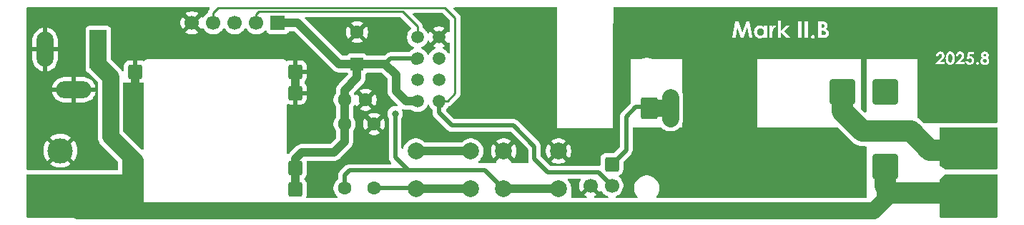
<source format=gbr>
%TF.GenerationSoftware,KiCad,Pcbnew,9.0.4*%
%TF.CreationDate,2025-09-11T11:59:47+05:30*%
%TF.ProjectId,DimLED,44696d4c-4544-42e6-9b69-6361645f7063,Mark II.B*%
%TF.SameCoordinates,Original*%
%TF.FileFunction,Copper,L1,Top*%
%TF.FilePolarity,Positive*%
%FSLAX46Y46*%
G04 Gerber Fmt 4.6, Leading zero omitted, Abs format (unit mm)*
G04 Created by KiCad (PCBNEW 9.0.4) date 2025-09-11 11:59:47*
%MOMM*%
%LPD*%
G01*
G04 APERTURE LIST*
G04 Aperture macros list*
%AMRoundRect*
0 Rectangle with rounded corners*
0 $1 Rounding radius*
0 $2 $3 $4 $5 $6 $7 $8 $9 X,Y pos of 4 corners*
0 Add a 4 corners polygon primitive as box body*
4,1,4,$2,$3,$4,$5,$6,$7,$8,$9,$2,$3,0*
0 Add four circle primitives for the rounded corners*
1,1,$1+$1,$2,$3*
1,1,$1+$1,$4,$5*
1,1,$1+$1,$6,$7*
1,1,$1+$1,$8,$9*
0 Add four rect primitives between the rounded corners*
20,1,$1+$1,$2,$3,$4,$5,0*
20,1,$1+$1,$4,$5,$6,$7,0*
20,1,$1+$1,$6,$7,$8,$9,0*
20,1,$1+$1,$8,$9,$2,$3,0*%
G04 Aperture macros list end*
%ADD10C,0.200000*%
%ADD11C,0.300000*%
%TA.AperFunction,ComponentPad*%
%ADD12RoundRect,0.250000X0.600000X0.600000X-0.600000X0.600000X-0.600000X-0.600000X0.600000X-0.600000X0*%
%TD*%
%TA.AperFunction,SMDPad,CuDef*%
%ADD13RoundRect,0.250000X0.600000X0.600000X-0.600000X0.600000X-0.600000X-0.600000X0.600000X-0.600000X0*%
%TD*%
%TA.AperFunction,SMDPad,CuDef*%
%ADD14RoundRect,0.250000X-0.600000X-0.600000X0.600000X-0.600000X0.600000X0.600000X-0.600000X0.600000X0*%
%TD*%
%TA.AperFunction,ComponentPad*%
%ADD15RoundRect,0.250000X-0.600000X-0.600000X0.600000X-0.600000X0.600000X0.600000X-0.600000X0.600000X0*%
%TD*%
%TA.AperFunction,ComponentPad*%
%ADD16RoundRect,0.250000X0.550000X-0.550000X0.550000X0.550000X-0.550000X0.550000X-0.550000X-0.550000X0*%
%TD*%
%TA.AperFunction,ComponentPad*%
%ADD17C,1.600000*%
%TD*%
%TA.AperFunction,ComponentPad*%
%ADD18R,2.000000X4.600000*%
%TD*%
%TA.AperFunction,ComponentPad*%
%ADD19O,2.000000X4.200000*%
%TD*%
%TA.AperFunction,ComponentPad*%
%ADD20O,4.200000X2.000000*%
%TD*%
%TA.AperFunction,ComponentPad*%
%ADD21C,2.000000*%
%TD*%
%TA.AperFunction,ComponentPad*%
%ADD22C,1.500000*%
%TD*%
%TA.AperFunction,ComponentPad*%
%ADD23R,3.000000X3.000000*%
%TD*%
%TA.AperFunction,ComponentPad*%
%ADD24C,3.000000*%
%TD*%
%TA.AperFunction,ComponentPad*%
%ADD25R,1.700000X1.700000*%
%TD*%
%TA.AperFunction,ComponentPad*%
%ADD26C,1.700000*%
%TD*%
%TA.AperFunction,ConnectorPad*%
%ADD27C,1.700000*%
%TD*%
%TA.AperFunction,ConnectorPad*%
%ADD28RoundRect,0.250000X-0.750000X1.020000X-0.750000X-1.020000X0.750000X-1.020000X0.750000X1.020000X0*%
%TD*%
%TA.AperFunction,ConnectorPad*%
%ADD29RoundRect,0.196850X-0.803150X1.073150X-0.803150X-1.073150X0.803150X-1.073150X0.803150X1.073150X0*%
%TD*%
%TA.AperFunction,ConnectorPad*%
%ADD30RoundRect,0.250000X-1.250000X-1.250000X1.250000X-1.250000X1.250000X1.250000X-1.250000X1.250000X0*%
%TD*%
%TA.AperFunction,ViaPad*%
%ADD31C,0.800000*%
%TD*%
%TA.AperFunction,ViaPad*%
%ADD32C,1.200000*%
%TD*%
%TA.AperFunction,Conductor*%
%ADD33C,1.000000*%
%TD*%
%TA.AperFunction,Conductor*%
%ADD34C,0.500000*%
%TD*%
%TA.AperFunction,Conductor*%
%ADD35C,2.540000*%
%TD*%
%TA.AperFunction,Conductor*%
%ADD36C,2.000000*%
%TD*%
%TA.AperFunction,Conductor*%
%ADD37C,0.254000*%
%TD*%
G04 APERTURE END LIST*
D10*
G36*
X171276819Y-90243601D02*
G01*
X171373401Y-90283413D01*
X171457240Y-90349863D01*
X171520723Y-90436085D01*
X171559657Y-90539045D01*
X171573377Y-90663471D01*
X171559613Y-90790572D01*
X171520623Y-90895533D01*
X171457240Y-90983185D01*
X171373288Y-91050873D01*
X171277134Y-91091249D01*
X171164881Y-91105184D01*
X171056386Y-91091219D01*
X170961716Y-91050367D01*
X170877285Y-90981109D01*
X170813223Y-90892319D01*
X170774192Y-90788320D01*
X170760537Y-90664815D01*
X170773996Y-90542114D01*
X170812379Y-90439273D01*
X170875209Y-90351939D01*
X170958286Y-90284082D01*
X171053120Y-90243721D01*
X171163538Y-90229818D01*
X171276819Y-90243601D01*
G37*
G36*
X178603017Y-90544851D02*
G01*
X178706470Y-90571140D01*
X178775732Y-90608761D01*
X178829586Y-90664141D01*
X178861567Y-90730332D01*
X178872697Y-90810872D01*
X178862997Y-90882106D01*
X178835571Y-90938410D01*
X178790020Y-90983429D01*
X178730496Y-91012316D01*
X178629657Y-91033886D01*
X178469696Y-91042658D01*
X178374075Y-91042658D01*
X178374075Y-90534633D01*
X178453332Y-90534633D01*
X178603017Y-90544851D01*
G37*
G36*
X178558300Y-89775870D02*
G01*
X178621647Y-89795025D01*
X178667777Y-89823886D01*
X178703143Y-89864413D01*
X178724511Y-89913222D01*
X178732013Y-89972875D01*
X178724075Y-90036951D01*
X178701531Y-90089145D01*
X178664357Y-90132243D01*
X178615722Y-90162799D01*
X178548652Y-90183111D01*
X178457362Y-90190739D01*
X178374075Y-90190739D01*
X178374075Y-89768688D01*
X178472383Y-89768688D01*
X178558300Y-89775870D01*
G37*
G36*
X179470686Y-91671300D02*
G01*
X167604348Y-91671300D01*
X167604348Y-91410000D01*
X167826570Y-91410000D01*
X168199528Y-91410000D01*
X168419469Y-90141402D01*
X168841643Y-91410000D01*
X169179064Y-91410000D01*
X169606734Y-90141402D01*
X169822522Y-91410000D01*
X170191451Y-91410000D01*
X170066680Y-90670188D01*
X170388921Y-90670188D01*
X170402710Y-90833078D01*
X170442592Y-90977895D01*
X170507762Y-91107957D01*
X170599337Y-91225718D01*
X170712008Y-91325325D01*
X170831233Y-91394145D01*
X170958939Y-91435165D01*
X171097958Y-91449078D01*
X171222878Y-91437326D01*
X171336339Y-91402916D01*
X171442849Y-91344412D01*
X171555669Y-91252096D01*
X171555669Y-91410000D01*
X171927285Y-91410000D01*
X171927285Y-89925003D01*
X172218178Y-89925003D01*
X172218178Y-91410000D01*
X172588450Y-91410000D01*
X173203210Y-91410000D01*
X173576168Y-91410000D01*
X173576168Y-90728562D01*
X174207414Y-91410000D01*
X174670621Y-91410000D01*
X175619504Y-91410000D01*
X175999302Y-91410000D01*
X176401081Y-91410000D01*
X176780879Y-91410000D01*
X176780879Y-91233412D01*
X177157990Y-91233412D01*
X177165048Y-91290357D01*
X177185738Y-91340620D01*
X177220760Y-91385942D01*
X177265871Y-91421197D01*
X177315849Y-91441991D01*
X177372435Y-91449078D01*
X177429097Y-91441985D01*
X177479072Y-91421187D01*
X177524110Y-91385942D01*
X177559205Y-91340612D01*
X177579933Y-91290349D01*
X177587002Y-91233412D01*
X177579915Y-91176503D01*
X177559176Y-91126539D01*
X177524110Y-91081737D01*
X177479115Y-91046858D01*
X177429138Y-91026246D01*
X177372435Y-91019211D01*
X177315809Y-91026240D01*
X177265828Y-91046847D01*
X177220760Y-91081737D01*
X177185767Y-91126531D01*
X177165066Y-91176495D01*
X177157990Y-91233412D01*
X176780879Y-91233412D01*
X176780879Y-90190739D01*
X177991591Y-90190739D01*
X177991591Y-91042658D01*
X177991591Y-91410000D01*
X178554448Y-91410000D01*
X178716232Y-91401047D01*
X178840856Y-91377006D01*
X178935589Y-91341245D01*
X179021355Y-91288006D01*
X179096208Y-91219258D01*
X179161025Y-91133394D01*
X179209528Y-91037598D01*
X179238600Y-90935552D01*
X179248464Y-90825404D01*
X179238570Y-90710804D01*
X179210086Y-90610184D01*
X179163712Y-90520956D01*
X179099733Y-90443162D01*
X179012034Y-90371579D01*
X178896022Y-90306266D01*
X178992723Y-90218281D01*
X179053803Y-90130411D01*
X179089907Y-90032412D01*
X179102285Y-89921584D01*
X179090140Y-89807681D01*
X179054717Y-89706436D01*
X178995673Y-89614937D01*
X178917687Y-89538304D01*
X178823038Y-89479062D01*
X178708810Y-89436884D01*
X178563361Y-89411971D01*
X178307152Y-89401346D01*
X177991591Y-89401346D01*
X177991591Y-90190739D01*
X176780879Y-90190739D01*
X176780879Y-89401346D01*
X176401081Y-89401346D01*
X176401081Y-91410000D01*
X175999302Y-91410000D01*
X175999302Y-89401346D01*
X175619504Y-89401346D01*
X175619504Y-91410000D01*
X174670621Y-91410000D01*
X173953279Y-90634528D01*
X174592707Y-89925003D01*
X174125471Y-89925003D01*
X173576168Y-90540129D01*
X173576168Y-89346636D01*
X173203210Y-89346636D01*
X173203210Y-91410000D01*
X172588450Y-91410000D01*
X172588450Y-90806109D01*
X172587107Y-90733447D01*
X172596071Y-90521285D01*
X172617914Y-90389379D01*
X172646458Y-90313471D01*
X172692566Y-90250386D01*
X172740339Y-90217012D01*
X172791905Y-90206371D01*
X172836165Y-90213452D01*
X172899860Y-90239344D01*
X173015997Y-89923538D01*
X172936622Y-89894879D01*
X172864323Y-89885924D01*
X172766000Y-89899985D01*
X172675767Y-89942222D01*
X172599688Y-90009980D01*
X172537892Y-90107208D01*
X172537892Y-89925003D01*
X172218178Y-89925003D01*
X171927285Y-89925003D01*
X171555669Y-89925003D01*
X171555669Y-90088279D01*
X171450060Y-89998729D01*
X171338415Y-89936482D01*
X171217538Y-89898704D01*
X171087090Y-89885924D01*
X170946379Y-89899815D01*
X170818889Y-89940516D01*
X170701608Y-90008354D01*
X170592498Y-90105987D01*
X170504797Y-90221494D01*
X170441648Y-90351984D01*
X170402561Y-90500296D01*
X170389352Y-90664815D01*
X170388921Y-90670188D01*
X170066680Y-90670188D01*
X169852686Y-89401346D01*
X169483757Y-89401346D01*
X169012369Y-90802323D01*
X168547941Y-89401346D01*
X168173517Y-89401346D01*
X167826570Y-91410000D01*
X167604348Y-91410000D01*
X167604348Y-89124414D01*
X179470686Y-89124414D01*
X179470686Y-91671300D01*
G37*
D11*
G36*
X193665143Y-93279651D02*
G01*
X193709741Y-93299438D01*
X193750856Y-93333538D01*
X193789166Y-93384999D01*
X193814477Y-93440342D01*
X193835686Y-93521315D01*
X193850593Y-93635667D01*
X193856302Y-93792304D01*
X193850182Y-93945189D01*
X193833950Y-94060700D01*
X193810361Y-94146080D01*
X193781472Y-94207670D01*
X193746413Y-94254402D01*
X193707691Y-94285769D01*
X193664585Y-94304230D01*
X193615509Y-94310526D01*
X193564548Y-94303973D01*
X193518997Y-94284622D01*
X193477304Y-94251544D01*
X193438738Y-94202083D01*
X193412944Y-94148310D01*
X193391436Y-94070065D01*
X193376360Y-93959993D01*
X193370594Y-93809615D01*
X193379252Y-93604823D01*
X193400270Y-93478696D01*
X193425331Y-93405539D01*
X193454293Y-93354054D01*
X193486366Y-93319328D01*
X193525997Y-93293477D01*
X193568674Y-93278170D01*
X193615509Y-93272983D01*
X193665143Y-93279651D01*
G37*
G36*
X197792710Y-93889876D02*
G01*
X197848331Y-93910766D01*
X197896567Y-93945261D01*
X197934335Y-93990631D01*
X197956623Y-94041746D01*
X197964253Y-94100600D01*
X197956776Y-94159554D01*
X197935213Y-94209281D01*
X197899132Y-94252000D01*
X197852616Y-94283628D01*
X197795369Y-94303439D01*
X197724467Y-94310526D01*
X197654519Y-94303070D01*
X197597014Y-94282003D01*
X197549254Y-94247878D01*
X197512035Y-94202631D01*
X197490137Y-94152151D01*
X197482667Y-94094555D01*
X197490394Y-94039893D01*
X197513412Y-93990720D01*
X197553375Y-93945261D01*
X197603579Y-93910753D01*
X197660970Y-93889860D01*
X197727581Y-93882613D01*
X197792710Y-93889876D01*
G37*
G36*
X197765731Y-93284215D02*
G01*
X197806400Y-93299409D01*
X197840239Y-93324091D01*
X197866213Y-93356791D01*
X197881921Y-93395291D01*
X197887408Y-93441327D01*
X197881929Y-93490229D01*
X197866329Y-93530929D01*
X197840788Y-93565250D01*
X197807136Y-93591571D01*
X197767913Y-93607444D01*
X197721445Y-93612969D01*
X197676337Y-93607433D01*
X197637197Y-93591322D01*
X197602560Y-93564242D01*
X197575864Y-93529275D01*
X197559893Y-93489477D01*
X197554383Y-93443342D01*
X197559694Y-93397166D01*
X197574906Y-93358302D01*
X197599995Y-93325098D01*
X197632878Y-93299581D01*
X197671116Y-93284196D01*
X197716316Y-93278845D01*
X197765731Y-93284215D01*
G37*
G36*
X198414761Y-94746837D02*
G01*
X191728395Y-94746837D01*
X191728395Y-94408162D01*
X191895062Y-94408162D01*
X191895062Y-94545000D01*
X192939200Y-94545000D01*
X192939200Y-94281217D01*
X192402294Y-94281217D01*
X192571371Y-94103164D01*
X192702499Y-93956950D01*
X192792771Y-93836612D01*
X192810356Y-93806592D01*
X193083731Y-93806592D01*
X193083865Y-93809615D01*
X193092489Y-94004763D01*
X193115659Y-94153526D01*
X193149310Y-94262807D01*
X193200768Y-94364000D01*
X193261225Y-94442428D01*
X193330661Y-94501585D01*
X193411239Y-94544202D01*
X193505492Y-94570793D01*
X193616516Y-94580170D01*
X193727541Y-94570770D01*
X193820305Y-94544293D01*
X193898251Y-94502135D01*
X193964875Y-94443331D01*
X193990947Y-94408162D01*
X194245655Y-94408162D01*
X194245655Y-94545000D01*
X195289794Y-94545000D01*
X195289794Y-94281217D01*
X194752887Y-94281217D01*
X194858647Y-94169842D01*
X195425074Y-94169842D01*
X195453440Y-94262428D01*
X195493113Y-94342327D01*
X195543923Y-94411265D01*
X195606424Y-94470444D01*
X195678250Y-94518056D01*
X195756495Y-94552128D01*
X195842376Y-94572986D01*
X195937434Y-94580170D01*
X196042109Y-94570508D01*
X196136566Y-94542312D01*
X196222929Y-94495654D01*
X196302699Y-94429137D01*
X196316328Y-94412559D01*
X196684359Y-94412559D01*
X196689653Y-94455267D01*
X196705170Y-94492965D01*
X196731437Y-94526956D01*
X196765270Y-94553398D01*
X196802754Y-94568993D01*
X196845193Y-94574309D01*
X196887690Y-94568989D01*
X196925171Y-94553390D01*
X196958949Y-94526956D01*
X196985271Y-94492959D01*
X197000816Y-94455261D01*
X197006119Y-94412559D01*
X197000803Y-94369877D01*
X196985249Y-94332404D01*
X196958949Y-94298803D01*
X196925203Y-94272644D01*
X196887720Y-94257184D01*
X196845193Y-94251908D01*
X196802724Y-94257180D01*
X196765238Y-94272635D01*
X196731437Y-94298803D01*
X196705192Y-94332398D01*
X196689666Y-94369871D01*
X196684359Y-94412559D01*
X196316328Y-94412559D01*
X196368554Y-94349031D01*
X196414963Y-94261615D01*
X196443132Y-94165312D01*
X196447341Y-94118643D01*
X197201940Y-94118643D01*
X197209340Y-94208073D01*
X197230935Y-94289448D01*
X197266512Y-94364290D01*
X197314935Y-94431331D01*
X197372040Y-94485006D01*
X197438612Y-94526590D01*
X197512430Y-94554636D01*
X197607458Y-94573286D01*
X197728589Y-94580170D01*
X197841071Y-94573251D01*
X197933150Y-94554110D01*
X198008308Y-94524575D01*
X198076206Y-94481568D01*
X198134152Y-94426651D01*
X198182972Y-94358612D01*
X198219165Y-94282898D01*
X198240791Y-94203328D01*
X198248094Y-94118643D01*
X198241813Y-94040447D01*
X198223228Y-93966786D01*
X198192223Y-93896626D01*
X198150043Y-93832577D01*
X198097596Y-93776790D01*
X198033954Y-93728648D01*
X198104688Y-93642609D01*
X198144138Y-93574134D01*
X198166678Y-93502957D01*
X198174363Y-93424658D01*
X198167912Y-93350003D01*
X198148726Y-93279129D01*
X198116477Y-93210976D01*
X198072954Y-93149477D01*
X198020442Y-93098602D01*
X197958116Y-93057469D01*
X197889304Y-93027934D01*
X197812311Y-93009679D01*
X197725566Y-93003339D01*
X197637365Y-93009617D01*
X197558958Y-93027694D01*
X197488804Y-93056919D01*
X197425133Y-93097712D01*
X197372390Y-93147459D01*
X197329527Y-93206854D01*
X197298054Y-93273117D01*
X197279097Y-93343944D01*
X197272649Y-93420536D01*
X197274997Y-93443342D01*
X197281269Y-93504252D01*
X197306995Y-93583293D01*
X197348832Y-93656971D01*
X197408936Y-93728648D01*
X197344121Y-93783549D01*
X197292856Y-93841490D01*
X197253689Y-93902763D01*
X197225157Y-93969406D01*
X197207849Y-94041001D01*
X197203773Y-94094555D01*
X197201940Y-94118643D01*
X196447341Y-94118643D01*
X196452817Y-94057918D01*
X196443792Y-93950655D01*
X196417864Y-93856747D01*
X196375783Y-93773782D01*
X196316987Y-93699980D01*
X196244769Y-93638813D01*
X196165071Y-93595611D01*
X196076336Y-93569297D01*
X195976360Y-93560212D01*
X195929191Y-93563784D01*
X195878999Y-93574501D01*
X195940457Y-93302292D01*
X196432301Y-93302292D01*
X196432301Y-93038510D01*
X195726317Y-93038510D01*
X195543959Y-93872080D01*
X195777608Y-93924104D01*
X195823369Y-93881809D01*
X195867275Y-93853395D01*
X195913747Y-93835617D01*
X195959965Y-93829856D01*
X196015833Y-93837283D01*
X196065272Y-93859173D01*
X196110083Y-93896626D01*
X196144053Y-93944301D01*
X196164813Y-94000368D01*
X196172090Y-94067169D01*
X196164305Y-94135703D01*
X196142042Y-94193258D01*
X196105412Y-94242291D01*
X196057526Y-94280384D01*
X196004219Y-94302857D01*
X195943571Y-94310526D01*
X195877651Y-94301568D01*
X195817999Y-94274897D01*
X195767468Y-94231718D01*
X195726317Y-94169842D01*
X195425074Y-94169842D01*
X194858647Y-94169842D01*
X194921964Y-94103164D01*
X195053092Y-93956950D01*
X195143365Y-93836612D01*
X195201133Y-93737991D01*
X195245073Y-93632847D01*
X195269709Y-93537234D01*
X195277520Y-93449387D01*
X195270743Y-93375989D01*
X195250104Y-93302524D01*
X195214506Y-93227920D01*
X195167274Y-93160291D01*
X195111476Y-93105084D01*
X195046436Y-93061133D01*
X194974427Y-93029547D01*
X194894214Y-93010084D01*
X194804178Y-93003339D01*
X194694982Y-93012685D01*
X194599411Y-93039549D01*
X194514967Y-93083197D01*
X194439829Y-93144297D01*
X194378768Y-93218683D01*
X194332686Y-93306210D01*
X194301576Y-93409245D01*
X194286688Y-93530903D01*
X194566407Y-93530903D01*
X194576283Y-93453736D01*
X194598491Y-93391952D01*
X194631987Y-93342409D01*
X194676743Y-93303603D01*
X194727290Y-93280787D01*
X194785676Y-93272983D01*
X194844174Y-93279614D01*
X194893169Y-93298553D01*
X194934787Y-93329678D01*
X194966788Y-93370500D01*
X194986007Y-93417664D01*
X194992672Y-93473109D01*
X194987147Y-93527726D01*
X194969344Y-93589596D01*
X194936802Y-93660413D01*
X194894413Y-93726831D01*
X194822635Y-93816267D01*
X194711946Y-93934545D01*
X194245655Y-94408162D01*
X193990947Y-94408162D01*
X194024216Y-94363284D01*
X194076029Y-94257678D01*
X194110086Y-94144414D01*
X194133394Y-93992399D01*
X194142158Y-93792304D01*
X194133541Y-93594176D01*
X194110598Y-93443271D01*
X194077036Y-93330502D01*
X194025450Y-93225792D01*
X193963983Y-93144878D01*
X193892663Y-93084030D01*
X193809770Y-93039900D01*
X193715851Y-93012775D01*
X193608365Y-93003339D01*
X193508997Y-93011892D01*
X193421546Y-93036538D01*
X193343809Y-93076694D01*
X193274179Y-93133045D01*
X193211775Y-93207495D01*
X193170708Y-93279847D01*
X193135867Y-93371749D01*
X193108483Y-93487114D01*
X193090349Y-93630411D01*
X193083731Y-93806592D01*
X192810356Y-93806592D01*
X192850540Y-93737991D01*
X192894480Y-93632847D01*
X192919116Y-93537234D01*
X192926927Y-93449387D01*
X192920150Y-93375989D01*
X192899511Y-93302524D01*
X192863913Y-93227920D01*
X192816681Y-93160291D01*
X192760883Y-93105084D01*
X192695843Y-93061133D01*
X192623834Y-93029547D01*
X192543620Y-93010084D01*
X192453585Y-93003339D01*
X192344389Y-93012685D01*
X192248818Y-93039549D01*
X192164374Y-93083197D01*
X192089235Y-93144297D01*
X192028175Y-93218683D01*
X191982093Y-93306210D01*
X191950983Y-93409245D01*
X191936095Y-93530903D01*
X192215814Y-93530903D01*
X192225689Y-93453736D01*
X192247898Y-93391952D01*
X192281393Y-93342409D01*
X192326150Y-93303603D01*
X192376697Y-93280787D01*
X192435083Y-93272983D01*
X192493581Y-93279614D01*
X192542576Y-93298553D01*
X192584193Y-93329678D01*
X192616195Y-93370500D01*
X192635414Y-93417664D01*
X192642079Y-93473109D01*
X192636554Y-93527726D01*
X192618751Y-93589596D01*
X192586209Y-93660413D01*
X192543820Y-93726831D01*
X192472042Y-93816267D01*
X192361352Y-93934545D01*
X191895062Y-94408162D01*
X191728395Y-94408162D01*
X191728395Y-92836672D01*
X198414761Y-92836672D01*
X198414761Y-94746837D01*
G37*
D12*
%TO.P,U1,1,IN+*%
%TO.N,+12V*%
X97100000Y-106885000D03*
D13*
X97100000Y-109425000D03*
D14*
%TO.P,U1,2,IN-*%
%TO.N,GND*%
X97100000Y-95400000D03*
D15*
X97100000Y-97940000D03*
D12*
%TO.P,U1,3,OUT+*%
%TO.N,+3V3*%
X116075000Y-106885000D03*
D13*
X116075000Y-109425000D03*
D14*
%TO.P,U1,4,OUT-*%
%TO.N,GND*%
X116100000Y-95400000D03*
D15*
X116100000Y-97940000D03*
%TD*%
D16*
%TO.P,C2,1*%
%TO.N,+3V3*%
X123400000Y-94500000D03*
D17*
%TO.P,C2,2*%
%TO.N,GND*%
X123400000Y-90700000D03*
%TD*%
D18*
%TO.P,J2,1*%
%TO.N,+12V*%
X92750000Y-92750000D03*
D19*
%TO.P,J2,2*%
%TO.N,GND*%
X86450000Y-92750000D03*
D20*
%TO.P,J2,3*%
X89850000Y-97550000D03*
%TD*%
D21*
%TO.P,SW1,1,1*%
%TO.N,/GPIO0*%
X130350000Y-104850000D03*
X136850000Y-104850000D03*
%TO.P,SW1,2,2*%
%TO.N,Net-(R2-Pad1)*%
X130350000Y-109350000D03*
X136850000Y-109350000D03*
%TD*%
D17*
%TO.P,C1,1*%
%TO.N,+3V3*%
X121900000Y-98750000D03*
%TO.P,C1,2*%
%TO.N,GND*%
X124400000Y-98750000D03*
%TD*%
D22*
%TO.P,U2,1,GND*%
%TO.N,GND*%
X133090000Y-91300000D03*
%TO.P,U2,2,GPIO2*%
%TO.N,/GPIO2*%
X133090000Y-93840000D03*
%TO.P,U2,3,GPIO0*%
%TO.N,/GPIO0*%
X133090000Y-96380000D03*
%TO.P,U2,4,URXD*%
%TO.N,/GPIO3*%
X133090000Y-98920000D03*
%TO.P,U2,5,UTXD*%
%TO.N,/GPIO1*%
X130550000Y-91300000D03*
%TO.P,U2,6,CH_PD*%
%TO.N,+3V3*%
X130550000Y-93840000D03*
%TO.P,U2,7,RST*%
%TO.N,/RESET*%
X130550000Y-96380000D03*
%TO.P,U2,8,VCC*%
%TO.N,+3V3*%
X130550000Y-98920000D03*
%TD*%
D17*
%TO.P,R2,1*%
%TO.N,Net-(R2-Pad1)*%
X125400000Y-109250000D03*
%TO.P,R2,2*%
%TO.N,GND*%
X125400000Y-101630000D03*
%TD*%
D21*
%TO.P,SW2,1,1*%
%TO.N,/RESET*%
X147250000Y-109350000D03*
X140750000Y-109350000D03*
%TO.P,SW2,2,2*%
%TO.N,GND*%
X147250000Y-104850000D03*
X140750000Y-104850000D03*
%TD*%
D17*
%TO.P,R1,1*%
%TO.N,+3V3*%
X121900000Y-101630000D03*
%TO.P,R1,2*%
%TO.N,/RESET*%
X121900000Y-109250000D03*
%TD*%
D23*
%TO.P,J4,1,Pin_1*%
%TO.N,/LED-*%
X195550000Y-104710000D03*
D24*
%TO.P,J4,2,Pin_2*%
%TO.N,+12V*%
X195550000Y-109790000D03*
%TD*%
D25*
%TO.P,J3,1,Pin_1*%
%TO.N,+3V3*%
X114000000Y-89600000D03*
D26*
%TO.P,J3,2,Pin_2*%
%TO.N,/GPIO1*%
X111460000Y-89600000D03*
%TO.P,J3,3,Pin_3*%
%TO.N,/GPIO2*%
X108920000Y-89600000D03*
%TO.P,J3,4,Pin_4*%
%TO.N,/GPIO3*%
X106380000Y-89600000D03*
%TO.P,J3,5,Pin_5*%
%TO.N,GND*%
X103840000Y-89600000D03*
%TD*%
%TO.P,J5,1,Pin_1*%
%TO.N,/GPIO3*%
X153550000Y-108950000D03*
D12*
%TO.P,J5,2,Pin_2*%
%TO.N,/PWM_SIG*%
X153550000Y-106410000D03*
D26*
%TO.P,J5,3,Pin_3*%
%TO.N,GND*%
X151010000Y-108950000D03*
%TD*%
D27*
%TO.P,U3,1,GND*%
%TO.N,GND*%
X160500000Y-103510000D03*
D28*
X157950000Y-104800000D03*
D27*
X160500000Y-106050000D03*
%TO.P,U3,2,TRIG/PWM*%
%TO.N,/PWM_SIG*%
X160500000Y-98450000D03*
D29*
X157950000Y-99750000D03*
D27*
X160500000Y-100990000D03*
D30*
%TO.P,U3,3,OUT-*%
%TO.N,/LED-*%
X180820000Y-97800000D03*
%TO.P,U3,4,OUT+*%
%TO.N,unconnected-(U3-OUT+-Pad4)*%
X185900000Y-97800000D03*
%TO.P,U3,5,VIN-*%
%TO.N,GND*%
X180820000Y-106700000D03*
%TO.P,U3,6,VIN+*%
%TO.N,+12V*%
X185900000Y-106700000D03*
%TD*%
D23*
%TO.P,J1,1,Pin_1*%
%TO.N,+12V*%
X88250000Y-109880000D03*
D24*
%TO.P,J1,2,Pin_2*%
%TO.N,GND*%
X88250000Y-104800000D03*
%TD*%
D31*
%TO.N,GND*%
X136500000Y-92500000D03*
X85250000Y-89200000D03*
X141400000Y-95000000D03*
X118400000Y-95400000D03*
X136500000Y-91250000D03*
X174250000Y-105500000D03*
X174250000Y-103750000D03*
X86400000Y-98600000D03*
X85200000Y-98600000D03*
X136500000Y-90100000D03*
X85400000Y-104300000D03*
X153300000Y-103300000D03*
X139600000Y-96500000D03*
X118400000Y-107400000D03*
X157250000Y-93000000D03*
X164800000Y-103250000D03*
X164800000Y-104750000D03*
X141400000Y-93500000D03*
X172750000Y-103750000D03*
X118400000Y-98400000D03*
X86000000Y-103300000D03*
X118400000Y-96900000D03*
X86200000Y-106500000D03*
X143200000Y-100600000D03*
X151800000Y-103300000D03*
X164750000Y-93000000D03*
X88800000Y-92750000D03*
X166250000Y-93000000D03*
X99450000Y-93000000D03*
X100750000Y-93000000D03*
X102000000Y-93000000D03*
X163250000Y-93000000D03*
X86400000Y-96600000D03*
X115850000Y-93000000D03*
X129900000Y-101400000D03*
X164800000Y-106250000D03*
X144200000Y-101500000D03*
X171250000Y-103750000D03*
X98200000Y-93000000D03*
X139600000Y-93500000D03*
X126000000Y-97100000D03*
X96950000Y-93000000D03*
X172750000Y-105500000D03*
X160250000Y-93000000D03*
X86450000Y-89200000D03*
X141400000Y-96500000D03*
X150300000Y-103300000D03*
X139600000Y-95000000D03*
X171250000Y-105500000D03*
X126700000Y-99100000D03*
X118400000Y-109150000D03*
X117100000Y-93000000D03*
X131200000Y-101400000D03*
X85400000Y-105500000D03*
X161750000Y-93000000D03*
X158750000Y-93000000D03*
X85200000Y-96600000D03*
%TO.N,/LED-*%
X198600000Y-106200000D03*
X198600000Y-104700000D03*
D32*
X180820000Y-100070000D03*
D31*
X198600000Y-103200000D03*
%TO.N,+12V*%
X198600000Y-110800000D03*
X198600000Y-109300000D03*
D32*
X185900000Y-108980000D03*
D31*
%TO.N,/RESET*%
X127900000Y-100400000D03*
%TD*%
D33*
%TO.N,GND*%
X158000000Y-104925000D02*
X158005000Y-104920000D01*
X97100000Y-97940000D02*
X97100000Y-95400000D01*
X116100000Y-97940000D02*
X116100000Y-95400000D01*
%TO.N,+3V3*%
X121900000Y-97600000D02*
X121900000Y-98750000D01*
X126700000Y-94500000D02*
X123400000Y-94500000D01*
X129220000Y-98920000D02*
X128000000Y-97700000D01*
X121900000Y-101630000D02*
X121900000Y-98750000D01*
X116075000Y-105800000D02*
X116075000Y-106885000D01*
X121250000Y-94500000D02*
X123400000Y-94500000D01*
X123400000Y-94500000D02*
X123400000Y-96100000D01*
X121900000Y-101630000D02*
X121900000Y-103750000D01*
X120650000Y-105000000D02*
X116875000Y-105000000D01*
X128000000Y-97700000D02*
X128000000Y-95800000D01*
X130337349Y-94052651D02*
X130550000Y-93840000D01*
X123400000Y-96100000D02*
X121900000Y-97600000D01*
X116075000Y-109425000D02*
X116075000Y-106885000D01*
X114000000Y-89600000D02*
X116350000Y-89600000D01*
D34*
X126700000Y-94500000D02*
X127360000Y-93840000D01*
D33*
X128000000Y-95800000D02*
X126700000Y-94500000D01*
X116350000Y-89600000D02*
X121250000Y-94500000D01*
X116875000Y-105000000D02*
X116075000Y-105800000D01*
X121900000Y-103750000D02*
X120650000Y-105000000D01*
X130550000Y-98920000D02*
X129220000Y-98920000D01*
D34*
X127360000Y-93840000D02*
X130550000Y-93840000D01*
D35*
%TO.N,/LED-*%
X180820000Y-100070000D02*
X180820000Y-97800000D01*
D36*
X196000000Y-104420000D02*
X196000000Y-104710000D01*
D35*
X183250000Y-102500000D02*
X189000000Y-102500000D01*
X191210000Y-104710000D02*
X195750000Y-104710000D01*
X189000000Y-102500000D02*
X191210000Y-104710000D01*
X180820000Y-100070000D02*
X183250000Y-102500000D01*
%TO.N,+12V*%
X185900000Y-106700000D02*
X185900000Y-108980000D01*
D36*
X97100000Y-109425000D02*
X97100000Y-111949000D01*
X185900000Y-108980000D02*
X185900000Y-110600000D01*
X94200000Y-96000000D02*
X92750000Y-94550000D01*
X90319000Y-111949000D02*
X97100000Y-111949000D01*
X97100000Y-106885000D02*
X97100000Y-106000000D01*
D35*
X186710000Y-109790000D02*
X195550000Y-109790000D01*
D36*
X97100000Y-106000000D02*
X94200000Y-103100000D01*
X94200000Y-103100000D02*
X94200000Y-96000000D01*
X184551000Y-111949000D02*
X95750000Y-111949000D01*
X97100000Y-106885000D02*
X97100000Y-109425000D01*
X88250000Y-109880000D02*
X90319000Y-111949000D01*
X185900000Y-110600000D02*
X184551000Y-111949000D01*
D33*
%TO.N,/GPIO2*%
X133180000Y-94000000D02*
X133090000Y-94090000D01*
%TO.N,/GPIO3*%
X133170000Y-99250000D02*
X133090000Y-99170000D01*
D34*
X133090000Y-98920000D02*
X133090000Y-100290000D01*
X144400000Y-104300000D02*
X144400000Y-105800000D01*
D37*
X135000000Y-89000000D02*
X135000000Y-98000000D01*
X135000000Y-98000000D02*
X134080000Y-98920000D01*
D34*
X151950000Y-107350000D02*
X145950000Y-107350000D01*
D37*
X134080000Y-98920000D02*
X133090000Y-98920000D01*
D34*
X141900000Y-101800000D02*
X144400000Y-104300000D01*
D37*
X106380000Y-88370000D02*
X106950000Y-87800000D01*
X106380000Y-89600000D02*
X106380000Y-88370000D01*
D34*
X144400000Y-105800000D02*
X145650000Y-107050000D01*
D37*
X133800000Y-87800000D02*
X135000000Y-89000000D01*
D34*
X134600000Y-101800000D02*
X141900000Y-101800000D01*
D37*
X106950000Y-87800000D02*
X133800000Y-87800000D01*
D34*
X153550000Y-108950000D02*
X151950000Y-107350000D01*
X145950000Y-107350000D02*
X145650000Y-107050000D01*
X133090000Y-100290000D02*
X134600000Y-101800000D01*
%TO.N,/RESET*%
X122500000Y-107150000D02*
X122275000Y-107375000D01*
D33*
X140750000Y-109350000D02*
X147250000Y-109350000D01*
D34*
X138550000Y-107150000D02*
X130400000Y-107150000D01*
X121900000Y-107750000D02*
X121900000Y-109250000D01*
X129450000Y-107150000D02*
X130400000Y-107150000D01*
X127900000Y-105600000D02*
X129450000Y-107150000D01*
X140750000Y-109350000D02*
X138550000Y-107150000D01*
X130400000Y-107150000D02*
X122500000Y-107150000D01*
X127900000Y-100400000D02*
X127900000Y-105600000D01*
X122275000Y-107375000D02*
X121900000Y-107750000D01*
D33*
%TO.N,/GPIO0*%
X130350000Y-104850000D02*
X136850000Y-104850000D01*
X130350000Y-104850000D02*
X130450000Y-104750000D01*
X136750000Y-104750000D02*
X136850000Y-104850000D01*
D37*
%TO.N,/GPIO1*%
X128750000Y-88250000D02*
X130550000Y-90050000D01*
X111750000Y-88250000D02*
X128750000Y-88250000D01*
X111460000Y-89600000D02*
X111460000Y-88540000D01*
X130550000Y-90050000D02*
X130550000Y-91300000D01*
X111460000Y-88540000D02*
X111750000Y-88250000D01*
D34*
%TO.N,Net-(R2-Pad1)*%
X130250000Y-109250000D02*
X125400000Y-109250000D01*
D33*
X136750000Y-109250000D02*
X136850000Y-109350000D01*
D34*
X130350000Y-109350000D02*
X130250000Y-109250000D01*
D33*
X130350000Y-109350000D02*
X136850000Y-109350000D01*
X130350000Y-109350000D02*
X130450000Y-109250000D01*
D36*
%TO.N,/PWM_SIG*%
X160500000Y-99750000D02*
X157950000Y-99750000D01*
X160500000Y-100990000D02*
X160500000Y-99750000D01*
D34*
X155250000Y-100750000D02*
X155250000Y-104710000D01*
X158010000Y-99583000D02*
X156417000Y-99583000D01*
X155250000Y-104710000D02*
X153550000Y-106410000D01*
D36*
X160500000Y-99750000D02*
X160500000Y-98450000D01*
D34*
X156417000Y-99583000D02*
X155250000Y-100750000D01*
%TD*%
%TA.AperFunction,Conductor*%
%TO.N,GND*%
G36*
X98099500Y-99800000D02*
G01*
X95700500Y-99800000D01*
X95700500Y-96700000D01*
X98099500Y-96700000D01*
X98099500Y-99800000D01*
G37*
%TD.AperFunction*%
%TD*%
%TA.AperFunction,Conductor*%
%TO.N,+12V*%
G36*
X98042539Y-105719685D02*
G01*
X98088294Y-105772489D01*
X98099500Y-105824000D01*
X98099500Y-110495186D01*
X98100000Y-110502816D01*
X98100000Y-112625500D01*
X98080315Y-112692539D01*
X98027511Y-112738294D01*
X97976000Y-112749500D01*
X84374500Y-112749500D01*
X84307461Y-112729815D01*
X84261706Y-112677011D01*
X84250500Y-112625500D01*
X84250500Y-107724000D01*
X84270185Y-107656961D01*
X84322989Y-107611206D01*
X84374500Y-107600000D01*
X95600000Y-107600000D01*
X95600000Y-105926362D01*
X95608644Y-105896921D01*
X95615168Y-105866935D01*
X95618922Y-105861919D01*
X95619685Y-105859323D01*
X95636319Y-105838681D01*
X95738681Y-105736319D01*
X95800004Y-105702834D01*
X95826362Y-105700000D01*
X97975500Y-105700000D01*
X98042539Y-105719685D01*
G37*
%TD.AperFunction*%
%TD*%
%TA.AperFunction,Conductor*%
%TO.N,/LED-*%
G36*
X199192539Y-102019685D02*
G01*
X199238294Y-102072489D01*
X199249500Y-102124000D01*
X199249500Y-106876000D01*
X199229815Y-106943039D01*
X199177011Y-106988794D01*
X199125500Y-107000000D01*
X193037844Y-107000000D01*
X192970805Y-106980315D01*
X192968605Y-106978869D01*
X192404761Y-106599358D01*
X192360138Y-106545594D01*
X192350000Y-106496489D01*
X192350000Y-102124000D01*
X192369685Y-102056961D01*
X192422489Y-102011206D01*
X192474000Y-102000000D01*
X199125500Y-102000000D01*
X199192539Y-102019685D01*
G37*
%TD.AperFunction*%
%TD*%
%TA.AperFunction,Conductor*%
%TO.N,+12V*%
G36*
X199192539Y-107619685D02*
G01*
X199238294Y-107672489D01*
X199249500Y-107724000D01*
X199249500Y-112625500D01*
X199229815Y-112692539D01*
X199177011Y-112738294D01*
X199125500Y-112749500D01*
X192524000Y-112749500D01*
X192456961Y-112729815D01*
X192411206Y-112677011D01*
X192400000Y-112625500D01*
X192400000Y-108251362D01*
X192419685Y-108184323D01*
X192436319Y-108163681D01*
X192963681Y-107636319D01*
X193025004Y-107602834D01*
X193051362Y-107600000D01*
X199125500Y-107600000D01*
X199192539Y-107619685D01*
G37*
%TD.AperFunction*%
%TD*%
%TA.AperFunction,Conductor*%
%TO.N,GND*%
G36*
X126301257Y-95520185D02*
G01*
X126321899Y-95536819D01*
X126963181Y-96178101D01*
X126996666Y-96239424D01*
X126999500Y-96265782D01*
X126999500Y-97798541D01*
X126999500Y-97798543D01*
X126999499Y-97798543D01*
X127014399Y-97873446D01*
X127016520Y-97884106D01*
X127035495Y-97979501D01*
X127035496Y-97979505D01*
X127035495Y-97979505D01*
X127037948Y-97991834D01*
X127037949Y-97991838D01*
X127113364Y-98173907D01*
X127113371Y-98173920D01*
X127222859Y-98337780D01*
X127222860Y-98337781D01*
X127222861Y-98337782D01*
X127362218Y-98477139D01*
X127362219Y-98477139D01*
X127369286Y-98484206D01*
X127369285Y-98484206D01*
X127369289Y-98484209D01*
X128193832Y-99308754D01*
X128227317Y-99370077D01*
X128222333Y-99439769D01*
X128180461Y-99495702D01*
X128114997Y-99520119D01*
X128081959Y-99518052D01*
X127988693Y-99499500D01*
X127988691Y-99499500D01*
X127811309Y-99499500D01*
X127811306Y-99499500D01*
X127637341Y-99534103D01*
X127637332Y-99534106D01*
X127473459Y-99601983D01*
X127473446Y-99601990D01*
X127325965Y-99700535D01*
X127325961Y-99700538D01*
X127200538Y-99825961D01*
X127200535Y-99825965D01*
X127101990Y-99973446D01*
X127101983Y-99973459D01*
X127034106Y-100137332D01*
X127034103Y-100137341D01*
X126999500Y-100311304D01*
X126999500Y-100488695D01*
X127034103Y-100662658D01*
X127034106Y-100662667D01*
X127101984Y-100826542D01*
X127101985Y-100826543D01*
X127101987Y-100826547D01*
X127125297Y-100861432D01*
X127128602Y-100866378D01*
X127149480Y-100933055D01*
X127149500Y-100935269D01*
X127149500Y-105673918D01*
X127149500Y-105673920D01*
X127149499Y-105673920D01*
X127178340Y-105818907D01*
X127178343Y-105818917D01*
X127234912Y-105955488D01*
X127234918Y-105955499D01*
X127244939Y-105970495D01*
X127244941Y-105970500D01*
X127317046Y-106078414D01*
X127317052Y-106078421D01*
X127426450Y-106187819D01*
X127459935Y-106249142D01*
X127454951Y-106318834D01*
X127413079Y-106374767D01*
X127347615Y-106399184D01*
X127338769Y-106399500D01*
X122426080Y-106399500D01*
X122281092Y-106428340D01*
X122281082Y-106428343D01*
X122144509Y-106484913D01*
X122144504Y-106484916D01*
X122127184Y-106496488D01*
X122127185Y-106496489D01*
X122021579Y-106567051D01*
X122021578Y-106567052D01*
X121692048Y-106896584D01*
X121317048Y-107271583D01*
X121300313Y-107296631D01*
X121300312Y-107296632D01*
X121234913Y-107394508D01*
X121178343Y-107531082D01*
X121178340Y-107531092D01*
X121149500Y-107676079D01*
X121149500Y-108124582D01*
X121129815Y-108191621D01*
X121098385Y-108224900D01*
X121052787Y-108258028D01*
X121052782Y-108258032D01*
X120908028Y-108402786D01*
X120787715Y-108568386D01*
X120694781Y-108750776D01*
X120631522Y-108945465D01*
X120599500Y-109147648D01*
X120599500Y-109352351D01*
X120631522Y-109554534D01*
X120694781Y-109749223D01*
X120735831Y-109829786D01*
X120784090Y-109924500D01*
X120787715Y-109931613D01*
X120908028Y-110097213D01*
X121047634Y-110236819D01*
X121081119Y-110298142D01*
X121076135Y-110367834D01*
X121034263Y-110423767D01*
X120968799Y-110448184D01*
X120959953Y-110448500D01*
X117497017Y-110448500D01*
X117429978Y-110428815D01*
X117384223Y-110376011D01*
X117374279Y-110306853D01*
X117379311Y-110285496D01*
X117393735Y-110241966D01*
X117414999Y-110177797D01*
X117425500Y-110075009D01*
X117425499Y-108774992D01*
X117425398Y-108774008D01*
X117414999Y-108672203D01*
X117414998Y-108672200D01*
X117402259Y-108633757D01*
X117359814Y-108505666D01*
X117267712Y-108356344D01*
X117154049Y-108242681D01*
X117120564Y-108181358D01*
X117125548Y-108111666D01*
X117154049Y-108067319D01*
X117202180Y-108019188D01*
X117267712Y-107953656D01*
X117359814Y-107804334D01*
X117414999Y-107637797D01*
X117425500Y-107535009D01*
X117425499Y-106234992D01*
X117415499Y-106137100D01*
X117428269Y-106068409D01*
X117476149Y-106017525D01*
X117538857Y-106000500D01*
X120748542Y-106000500D01*
X120778618Y-105994517D01*
X120845188Y-105981275D01*
X120941836Y-105962051D01*
X120996368Y-105939463D01*
X121116531Y-105889690D01*
X121123907Y-105886635D01*
X121123907Y-105886634D01*
X121123914Y-105886632D01*
X121287782Y-105777139D01*
X121427139Y-105637782D01*
X121427140Y-105637780D01*
X121434206Y-105630714D01*
X121434209Y-105630710D01*
X122537778Y-104527141D01*
X122537782Y-104527139D01*
X122677139Y-104387782D01*
X122786632Y-104223914D01*
X122845792Y-104081088D01*
X122862051Y-104041836D01*
X122892661Y-103887949D01*
X122900500Y-103848541D01*
X122900500Y-102505761D01*
X122920185Y-102438722D01*
X122924165Y-102432899D01*
X123012287Y-102311610D01*
X123105220Y-102129219D01*
X123168477Y-101934534D01*
X123200500Y-101732352D01*
X123200500Y-101527682D01*
X124100000Y-101527682D01*
X124100000Y-101732317D01*
X124132009Y-101934417D01*
X124195244Y-102129031D01*
X124288141Y-102311350D01*
X124288147Y-102311359D01*
X124320523Y-102355921D01*
X124320524Y-102355922D01*
X125000000Y-101676446D01*
X125000000Y-101682661D01*
X125027259Y-101784394D01*
X125079920Y-101875606D01*
X125154394Y-101950080D01*
X125245606Y-102002741D01*
X125347339Y-102030000D01*
X125353553Y-102030000D01*
X124674076Y-102709474D01*
X124718650Y-102741859D01*
X124900968Y-102834755D01*
X125095582Y-102897990D01*
X125297683Y-102930000D01*
X125502317Y-102930000D01*
X125704417Y-102897990D01*
X125899031Y-102834755D01*
X126081349Y-102741859D01*
X126125921Y-102709474D01*
X125446447Y-102030000D01*
X125452661Y-102030000D01*
X125554394Y-102002741D01*
X125645606Y-101950080D01*
X125720080Y-101875606D01*
X125772741Y-101784394D01*
X125800000Y-101682661D01*
X125800000Y-101676447D01*
X126479474Y-102355921D01*
X126511859Y-102311349D01*
X126604755Y-102129031D01*
X126667990Y-101934417D01*
X126700000Y-101732317D01*
X126700000Y-101527682D01*
X126667990Y-101325582D01*
X126604755Y-101130968D01*
X126511859Y-100948650D01*
X126479474Y-100904077D01*
X126479474Y-100904076D01*
X125800000Y-101583551D01*
X125800000Y-101577339D01*
X125772741Y-101475606D01*
X125720080Y-101384394D01*
X125645606Y-101309920D01*
X125554394Y-101257259D01*
X125452661Y-101230000D01*
X125446446Y-101230000D01*
X126125922Y-100550524D01*
X126125921Y-100550523D01*
X126081359Y-100518147D01*
X126081350Y-100518141D01*
X125899031Y-100425244D01*
X125704417Y-100362009D01*
X125502317Y-100330000D01*
X125297683Y-100330000D01*
X125095582Y-100362009D01*
X124900968Y-100425244D01*
X124718644Y-100518143D01*
X124674077Y-100550523D01*
X124674077Y-100550524D01*
X125353554Y-101230000D01*
X125347339Y-101230000D01*
X125245606Y-101257259D01*
X125154394Y-101309920D01*
X125079920Y-101384394D01*
X125027259Y-101475606D01*
X125000000Y-101577339D01*
X125000000Y-101583553D01*
X124320524Y-100904077D01*
X124320523Y-100904077D01*
X124288143Y-100948644D01*
X124195244Y-101130968D01*
X124132009Y-101325582D01*
X124100000Y-101527682D01*
X123200500Y-101527682D01*
X123200500Y-101527648D01*
X123186228Y-101437539D01*
X123168477Y-101325465D01*
X123113442Y-101156086D01*
X123105220Y-101130781D01*
X123105218Y-101130778D01*
X123105218Y-101130776D01*
X123051181Y-101024724D01*
X123012287Y-100948390D01*
X122980091Y-100904076D01*
X122924182Y-100827122D01*
X122917029Y-100807077D01*
X122905523Y-100789172D01*
X122902068Y-100765145D01*
X122900702Y-100761316D01*
X122900500Y-100754237D01*
X122900500Y-99625761D01*
X122920185Y-99558722D01*
X122924165Y-99552899D01*
X123012287Y-99431610D01*
X123039795Y-99377621D01*
X123087769Y-99326826D01*
X123155589Y-99310030D01*
X123221725Y-99332567D01*
X123260765Y-99377621D01*
X123288141Y-99431350D01*
X123288147Y-99431359D01*
X123320523Y-99475921D01*
X123320524Y-99475922D01*
X124000000Y-98796446D01*
X124000000Y-98802661D01*
X124027259Y-98904394D01*
X124079920Y-98995606D01*
X124154394Y-99070080D01*
X124245606Y-99122741D01*
X124347339Y-99150000D01*
X124353553Y-99150000D01*
X123674076Y-99829474D01*
X123718650Y-99861859D01*
X123900968Y-99954755D01*
X124095582Y-100017990D01*
X124297683Y-100050000D01*
X124502317Y-100050000D01*
X124704417Y-100017990D01*
X124899031Y-99954755D01*
X125081349Y-99861859D01*
X125125921Y-99829474D01*
X124446447Y-99150000D01*
X124452661Y-99150000D01*
X124554394Y-99122741D01*
X124645606Y-99070080D01*
X124720080Y-98995606D01*
X124772741Y-98904394D01*
X124800000Y-98802661D01*
X124800000Y-98796447D01*
X125479474Y-99475921D01*
X125511859Y-99431349D01*
X125604755Y-99249031D01*
X125667990Y-99054417D01*
X125700000Y-98852317D01*
X125700000Y-98647682D01*
X125667990Y-98445582D01*
X125604755Y-98250968D01*
X125511859Y-98068650D01*
X125479474Y-98024077D01*
X125479474Y-98024076D01*
X124800000Y-98703551D01*
X124800000Y-98697339D01*
X124772741Y-98595606D01*
X124720080Y-98504394D01*
X124645606Y-98429920D01*
X124554394Y-98377259D01*
X124452661Y-98350000D01*
X124446446Y-98350000D01*
X125125922Y-97670524D01*
X125125921Y-97670523D01*
X125081359Y-97638147D01*
X125081350Y-97638141D01*
X124899031Y-97545244D01*
X124704417Y-97482009D01*
X124502317Y-97450000D01*
X124297683Y-97450000D01*
X124095582Y-97482009D01*
X123900968Y-97545244D01*
X123718644Y-97638143D01*
X123674077Y-97670523D01*
X123674077Y-97670524D01*
X124353554Y-98350000D01*
X124347339Y-98350000D01*
X124245606Y-98377259D01*
X124154394Y-98429920D01*
X124079920Y-98504394D01*
X124027259Y-98595606D01*
X124000000Y-98697339D01*
X124000000Y-98703553D01*
X123320524Y-98024077D01*
X123320523Y-98024077D01*
X123288143Y-98068644D01*
X123260765Y-98122378D01*
X123253733Y-98129822D01*
X123250247Y-98139449D01*
X123230150Y-98154792D01*
X123212790Y-98173174D01*
X123202851Y-98175635D01*
X123194713Y-98181849D01*
X123169509Y-98183891D01*
X123144969Y-98189969D01*
X123135278Y-98186666D01*
X123125071Y-98187494D01*
X123102763Y-98175585D01*
X123078834Y-98167431D01*
X123070826Y-98158537D01*
X123063434Y-98154591D01*
X123046516Y-98131537D01*
X123042016Y-98126539D01*
X123040867Y-98124481D01*
X123012287Y-98068390D01*
X123000438Y-98052081D01*
X122996838Y-98045634D01*
X122990663Y-98018489D01*
X122981304Y-97992261D01*
X122983019Y-97984885D01*
X122981340Y-97977504D01*
X122990822Y-97951325D01*
X122997128Y-97924207D01*
X123003850Y-97915359D01*
X123005135Y-97911812D01*
X123008493Y-97909248D01*
X123017417Y-97897501D01*
X124177139Y-96737782D01*
X124284476Y-96577140D01*
X124286632Y-96573914D01*
X124362051Y-96391835D01*
X124392368Y-96239424D01*
X124400500Y-96198543D01*
X124400500Y-95712231D01*
X124409144Y-95682790D01*
X124415668Y-95652804D01*
X124419422Y-95647788D01*
X124420185Y-95645192D01*
X124436819Y-95624550D01*
X124524550Y-95536819D01*
X124585873Y-95503334D01*
X124612231Y-95500500D01*
X126234218Y-95500500D01*
X126301257Y-95520185D01*
G37*
%TD.AperFunction*%
%TA.AperFunction,Conductor*%
G36*
X149727992Y-108101275D02*
G01*
X149730663Y-108100614D01*
X149761318Y-108111061D01*
X149792391Y-108120185D01*
X149794192Y-108122264D01*
X149796798Y-108123152D01*
X149816944Y-108148521D01*
X149838146Y-108172989D01*
X149838537Y-108175711D01*
X149840249Y-108177867D01*
X149843480Y-108210087D01*
X149848090Y-108242147D01*
X149847030Y-108245488D01*
X149847221Y-108247388D01*
X149835837Y-108280795D01*
X149758904Y-108431782D01*
X149693242Y-108633869D01*
X149693242Y-108633872D01*
X149660000Y-108843753D01*
X149660000Y-109056246D01*
X149693242Y-109266127D01*
X149693242Y-109266130D01*
X149758904Y-109468217D01*
X149855375Y-109657550D01*
X149894728Y-109711716D01*
X150527036Y-109079407D01*
X150544075Y-109142993D01*
X150609901Y-109257007D01*
X150702993Y-109350099D01*
X150817007Y-109415925D01*
X150880590Y-109432962D01*
X150248282Y-110065269D01*
X150248282Y-110065270D01*
X150302449Y-110104624D01*
X150491783Y-110201095D01*
X150508628Y-110206569D01*
X150566304Y-110246007D01*
X150593502Y-110310365D01*
X150581587Y-110379212D01*
X150534343Y-110430687D01*
X150470310Y-110448500D01*
X148874000Y-110448500D01*
X148806961Y-110428815D01*
X148761206Y-110376011D01*
X148750000Y-110324500D01*
X148750000Y-109479315D01*
X148750383Y-109469581D01*
X148750500Y-109468095D01*
X148750500Y-109233491D01*
X148750500Y-109231908D01*
X148750000Y-109228751D01*
X148750000Y-109181746D01*
X148741154Y-109172900D01*
X148713553Y-108998632D01*
X148640568Y-108774008D01*
X148640566Y-108774005D01*
X148640566Y-108774003D01*
X148584002Y-108662991D01*
X148533343Y-108563567D01*
X148394517Y-108372490D01*
X148334208Y-108312181D01*
X148300723Y-108250858D01*
X148305707Y-108181166D01*
X148347579Y-108125233D01*
X148413043Y-108100816D01*
X148421889Y-108100500D01*
X149725352Y-108100500D01*
X149727992Y-108101275D01*
G37*
%TD.AperFunction*%
%TA.AperFunction,Conductor*%
G36*
X152125270Y-109711717D02*
G01*
X152125270Y-109711716D01*
X152164622Y-109657555D01*
X152169232Y-109648507D01*
X152217205Y-109597709D01*
X152285025Y-109580912D01*
X152351161Y-109603447D01*
X152390204Y-109648504D01*
X152394949Y-109657817D01*
X152519890Y-109829786D01*
X152670213Y-109980109D01*
X152842179Y-110105048D01*
X152842181Y-110105049D01*
X152842184Y-110105051D01*
X152880355Y-110124500D01*
X153031583Y-110201555D01*
X153031585Y-110201555D01*
X153031588Y-110201557D01*
X153047016Y-110206570D01*
X153104690Y-110246007D01*
X153131888Y-110310366D01*
X153119973Y-110379212D01*
X153072729Y-110430688D01*
X153008696Y-110448500D01*
X151549690Y-110448500D01*
X151482651Y-110428815D01*
X151436896Y-110376011D01*
X151426952Y-110306853D01*
X151455977Y-110243297D01*
X151511372Y-110206569D01*
X151528216Y-110201095D01*
X151717554Y-110104622D01*
X151771716Y-110065270D01*
X151771717Y-110065270D01*
X151139408Y-109432962D01*
X151202993Y-109415925D01*
X151317007Y-109350099D01*
X151410099Y-109257007D01*
X151475925Y-109142993D01*
X151492962Y-109079409D01*
X152125270Y-109711717D01*
G37*
%TD.AperFunction*%
%TA.AperFunction,Conductor*%
G36*
X147032909Y-87770185D02*
G01*
X147078664Y-87822989D01*
X147089869Y-87874714D01*
X147065000Y-102125000D01*
X153690000Y-102150000D01*
X153708666Y-91454056D01*
X167821570Y-91454056D01*
X179253445Y-91454056D01*
X179253445Y-89341636D01*
X167821570Y-89341636D01*
X167821570Y-91454056D01*
X153708666Y-91454056D01*
X153714913Y-87874280D01*
X153734715Y-87807279D01*
X153787598Y-87761616D01*
X153838913Y-87750500D01*
X199125500Y-87750500D01*
X199192539Y-87770185D01*
X199238294Y-87822989D01*
X199249500Y-87874500D01*
X199249500Y-101370500D01*
X199229815Y-101437539D01*
X199177011Y-101483294D01*
X199125500Y-101494500D01*
X192474000Y-101494500D01*
X192473991Y-101494500D01*
X192473990Y-101494501D01*
X192366549Y-101506052D01*
X192366537Y-101506054D01*
X192315030Y-101517259D01*
X192243848Y-101540951D01*
X192224687Y-101547329D01*
X192185529Y-101553675D01*
X190608902Y-101553675D01*
X190541863Y-101533990D01*
X190521221Y-101517356D01*
X190337114Y-101333249D01*
X190337086Y-101333219D01*
X190169882Y-101166015D01*
X190169875Y-101166009D01*
X189985745Y-101024721D01*
X189985743Y-101024720D01*
X189784769Y-100908689D01*
X189784758Y-100908683D01*
X189784752Y-100908680D01*
X189784746Y-100908677D01*
X189784743Y-100908676D01*
X189776538Y-100905277D01*
X189722138Y-100861432D01*
X189700079Y-100795136D01*
X189700000Y-100790720D01*
X189700000Y-94585162D01*
X191890062Y-94585162D01*
X198253078Y-94585162D01*
X198253078Y-92998352D01*
X191890062Y-92998352D01*
X191890062Y-94585162D01*
X189700000Y-94585162D01*
X189700000Y-93900000D01*
X183700000Y-93900000D01*
X183700000Y-100146773D01*
X183680315Y-100213812D01*
X183627511Y-100259567D01*
X183558353Y-100269511D01*
X183494797Y-100240486D01*
X183488319Y-100234454D01*
X183086319Y-99832454D01*
X183052834Y-99771131D01*
X183050000Y-99744773D01*
X183050000Y-93950000D01*
X170800000Y-93950000D01*
X170800000Y-102000000D01*
X180194773Y-102000000D01*
X180261812Y-102019685D01*
X180282454Y-102036319D01*
X181913566Y-103667431D01*
X181913603Y-103667470D01*
X182080117Y-103833984D01*
X182080124Y-103833990D01*
X182264250Y-103975275D01*
X182264252Y-103975276D01*
X182303634Y-103998013D01*
X182465248Y-104091321D01*
X182679670Y-104180137D01*
X182903851Y-104240207D01*
X183133955Y-104270501D01*
X183133962Y-104270501D01*
X183369885Y-104270501D01*
X183369917Y-104270500D01*
X183576000Y-104270500D01*
X183643039Y-104290185D01*
X183688794Y-104342989D01*
X183700000Y-104394500D01*
X183700000Y-110324500D01*
X183680315Y-110391539D01*
X183627511Y-110437294D01*
X183576000Y-110448500D01*
X158922889Y-110448500D01*
X158855850Y-110428815D01*
X158810095Y-110376011D01*
X158800151Y-110306853D01*
X158829176Y-110243297D01*
X158835208Y-110236819D01*
X158844517Y-110227510D01*
X158983343Y-110036433D01*
X159090568Y-109825992D01*
X159163553Y-109601368D01*
X159171043Y-109554076D01*
X159200500Y-109368097D01*
X159200500Y-109131902D01*
X159163553Y-108898631D01*
X159115513Y-108750781D01*
X159090568Y-108674008D01*
X159090566Y-108674005D01*
X159090566Y-108674003D01*
X159027332Y-108549901D01*
X158983343Y-108463567D01*
X158844517Y-108272490D01*
X158677510Y-108105483D01*
X158486433Y-107966657D01*
X158275996Y-107859433D01*
X158051368Y-107786446D01*
X157818097Y-107749500D01*
X157818092Y-107749500D01*
X157581908Y-107749500D01*
X157581903Y-107749500D01*
X157348631Y-107786446D01*
X157124003Y-107859433D01*
X156913566Y-107966657D01*
X156809664Y-108042147D01*
X156722490Y-108105483D01*
X156722488Y-108105485D01*
X156722487Y-108105485D01*
X156555485Y-108272487D01*
X156555485Y-108272488D01*
X156555483Y-108272490D01*
X156526646Y-108312181D01*
X156416657Y-108463566D01*
X156309433Y-108674003D01*
X156236446Y-108898631D01*
X156199500Y-109131902D01*
X156199500Y-109368097D01*
X156236446Y-109601368D01*
X156309433Y-109825996D01*
X156398348Y-110000500D01*
X156416657Y-110036433D01*
X156555483Y-110227510D01*
X156555485Y-110227512D01*
X156564792Y-110236819D01*
X156598277Y-110298142D01*
X156593293Y-110367834D01*
X156551421Y-110423767D01*
X156485957Y-110448184D01*
X156477111Y-110448500D01*
X154091304Y-110448500D01*
X154024265Y-110428815D01*
X153978510Y-110376011D01*
X153968566Y-110306853D01*
X153997591Y-110243297D01*
X154052983Y-110206570D01*
X154068412Y-110201557D01*
X154257816Y-110105051D01*
X154331365Y-110051615D01*
X154429786Y-109980109D01*
X154429788Y-109980106D01*
X154429792Y-109980104D01*
X154580104Y-109829792D01*
X154580106Y-109829788D01*
X154580109Y-109829786D01*
X154705048Y-109657820D01*
X154705050Y-109657817D01*
X154705051Y-109657816D01*
X154801557Y-109468412D01*
X154867246Y-109266243D01*
X154900500Y-109056287D01*
X154900500Y-108843713D01*
X154867246Y-108633757D01*
X154801557Y-108431588D01*
X154705051Y-108242184D01*
X154705049Y-108242181D01*
X154705048Y-108242179D01*
X154580109Y-108070213D01*
X154429790Y-107919894D01*
X154429785Y-107919890D01*
X154424891Y-107916334D01*
X154382227Y-107861003D01*
X154376249Y-107791390D01*
X154408857Y-107729595D01*
X154458774Y-107698312D01*
X154469334Y-107694814D01*
X154618656Y-107602712D01*
X154742712Y-107478656D01*
X154834814Y-107329334D01*
X154889999Y-107162797D01*
X154900500Y-107060009D01*
X154900499Y-106172229D01*
X154920183Y-106105191D01*
X154936818Y-106084549D01*
X155383586Y-105637782D01*
X155832952Y-105188416D01*
X155893004Y-105098540D01*
X155915084Y-105065495D01*
X155971658Y-104928913D01*
X155997301Y-104800000D01*
X156000500Y-104783920D01*
X156000500Y-102124000D01*
X156020185Y-102056961D01*
X156072989Y-102011206D01*
X156124500Y-102000000D01*
X159336611Y-102000000D01*
X159403650Y-102019685D01*
X159424292Y-102036319D01*
X159522490Y-102134517D01*
X159713567Y-102273343D01*
X159788158Y-102311349D01*
X159924003Y-102380566D01*
X159924005Y-102380566D01*
X159924008Y-102380568D01*
X160044412Y-102419689D01*
X160148631Y-102453553D01*
X160381903Y-102490500D01*
X160381908Y-102490500D01*
X160618097Y-102490500D01*
X160851368Y-102453553D01*
X160915008Y-102432875D01*
X161075992Y-102380568D01*
X161286433Y-102273343D01*
X161477510Y-102134517D01*
X161575708Y-102036319D01*
X161637031Y-102002834D01*
X161663389Y-102000000D01*
X161900000Y-102000000D01*
X161900000Y-101556602D01*
X161906068Y-101518286D01*
X161963553Y-101341368D01*
X161973836Y-101276446D01*
X162000500Y-101108097D01*
X162000500Y-98331902D01*
X161975359Y-98173174D01*
X161963553Y-98098632D01*
X161963552Y-98098628D01*
X161963552Y-98098627D01*
X161906069Y-97921714D01*
X161900000Y-97883396D01*
X161900000Y-93900000D01*
X158385381Y-93900000D01*
X158329086Y-93886484D01*
X158276001Y-93859435D01*
X158051368Y-93786446D01*
X157818097Y-93749500D01*
X157818092Y-93749500D01*
X157581908Y-93749500D01*
X157581903Y-93749500D01*
X157348631Y-93786446D01*
X157123998Y-93859435D01*
X157070914Y-93886484D01*
X157014619Y-93900000D01*
X155800000Y-93900000D01*
X155800000Y-99087270D01*
X155780315Y-99154309D01*
X155763681Y-99174951D01*
X154667048Y-100271583D01*
X154648238Y-100299735D01*
X154629553Y-100327701D01*
X154584919Y-100394499D01*
X154584912Y-100394511D01*
X154528343Y-100531082D01*
X154528340Y-100531092D01*
X154499500Y-100676079D01*
X154499500Y-104347769D01*
X154479815Y-104414808D01*
X154463181Y-104435450D01*
X153875450Y-105023181D01*
X153814127Y-105056666D01*
X153787769Y-105059500D01*
X152899998Y-105059500D01*
X152899980Y-105059501D01*
X152797203Y-105070000D01*
X152797200Y-105070001D01*
X152630668Y-105125185D01*
X152630663Y-105125187D01*
X152481342Y-105217289D01*
X152357289Y-105341342D01*
X152265187Y-105490663D01*
X152265185Y-105490668D01*
X152253659Y-105525451D01*
X152210001Y-105657203D01*
X152210001Y-105657204D01*
X152210000Y-105657204D01*
X152199500Y-105759983D01*
X152199500Y-106483330D01*
X152179815Y-106550369D01*
X152127011Y-106596124D01*
X152057853Y-106606068D01*
X152051311Y-106604948D01*
X152023919Y-106599500D01*
X152023918Y-106599500D01*
X146312230Y-106599500D01*
X146245191Y-106579815D01*
X146224549Y-106563181D01*
X145186819Y-105525451D01*
X145153334Y-105464128D01*
X145150500Y-105437770D01*
X145150500Y-104731947D01*
X145750000Y-104731947D01*
X145750000Y-104968052D01*
X145786934Y-105201247D01*
X145859897Y-105425802D01*
X145967087Y-105636174D01*
X146027338Y-105719104D01*
X146027340Y-105719105D01*
X146726212Y-105020233D01*
X146737482Y-105062292D01*
X146809890Y-105187708D01*
X146912292Y-105290110D01*
X147037708Y-105362518D01*
X147079765Y-105373787D01*
X146380893Y-106072658D01*
X146463828Y-106132914D01*
X146674197Y-106240102D01*
X146898752Y-106313065D01*
X146898751Y-106313065D01*
X147131948Y-106350000D01*
X147368052Y-106350000D01*
X147601247Y-106313065D01*
X147825802Y-106240102D01*
X148036163Y-106132918D01*
X148036169Y-106132914D01*
X148119104Y-106072658D01*
X148119105Y-106072658D01*
X147420233Y-105373787D01*
X147462292Y-105362518D01*
X147587708Y-105290110D01*
X147690110Y-105187708D01*
X147762518Y-105062292D01*
X147773787Y-105020234D01*
X148472658Y-105719105D01*
X148472658Y-105719104D01*
X148532914Y-105636169D01*
X148532918Y-105636163D01*
X148640102Y-105425802D01*
X148713065Y-105201247D01*
X148750000Y-104968052D01*
X148750000Y-104731947D01*
X148713065Y-104498752D01*
X148640102Y-104274197D01*
X148532914Y-104063828D01*
X148472658Y-103980894D01*
X148472658Y-103980893D01*
X147773787Y-104679765D01*
X147762518Y-104637708D01*
X147690110Y-104512292D01*
X147587708Y-104409890D01*
X147462292Y-104337482D01*
X147420234Y-104326212D01*
X148119105Y-103627340D01*
X148119104Y-103627338D01*
X148036174Y-103567087D01*
X147825802Y-103459897D01*
X147601247Y-103386934D01*
X147601248Y-103386934D01*
X147368052Y-103350000D01*
X147131948Y-103350000D01*
X146898752Y-103386934D01*
X146674197Y-103459897D01*
X146463830Y-103567084D01*
X146380894Y-103627340D01*
X147079766Y-104326212D01*
X147037708Y-104337482D01*
X146912292Y-104409890D01*
X146809890Y-104512292D01*
X146737482Y-104637708D01*
X146726212Y-104679766D01*
X146027340Y-103980894D01*
X145967084Y-104063830D01*
X145859897Y-104274197D01*
X145786934Y-104498752D01*
X145750000Y-104731947D01*
X145150500Y-104731947D01*
X145150500Y-104226079D01*
X145121659Y-104081092D01*
X145121658Y-104081088D01*
X145121658Y-104081087D01*
X145065084Y-103944505D01*
X145017694Y-103873580D01*
X145017694Y-103873579D01*
X144982950Y-103821581D01*
X142378420Y-101217051D01*
X142287178Y-101156086D01*
X142255495Y-101134916D01*
X142255488Y-101134912D01*
X142118917Y-101078343D01*
X142118907Y-101078340D01*
X141973920Y-101049500D01*
X141973918Y-101049500D01*
X134962229Y-101049500D01*
X134895190Y-101029815D01*
X134874548Y-101013181D01*
X133935824Y-100074457D01*
X133902339Y-100013134D01*
X133907323Y-99943442D01*
X133935825Y-99899094D01*
X133947139Y-99887781D01*
X134056631Y-99723914D01*
X134057651Y-99721450D01*
X134071893Y-99696014D01*
X134157692Y-99577925D01*
X134213022Y-99535262D01*
X134233813Y-99529198D01*
X134263035Y-99523386D01*
X134340232Y-99491409D01*
X134367526Y-99480104D01*
X134367528Y-99480102D01*
X134377233Y-99476083D01*
X134480008Y-99407411D01*
X134567411Y-99320008D01*
X135487410Y-98400009D01*
X135494190Y-98389863D01*
X135556083Y-98297233D01*
X135603385Y-98183035D01*
X135603385Y-98183032D01*
X135603387Y-98183028D01*
X135615153Y-98123877D01*
X135615153Y-98123876D01*
X135627500Y-98061806D01*
X135627500Y-88938194D01*
X135603386Y-88816970D01*
X135603385Y-88816969D01*
X135603385Y-88816965D01*
X135603383Y-88816960D01*
X135556086Y-88702773D01*
X135556079Y-88702760D01*
X135487412Y-88599993D01*
X135456566Y-88569147D01*
X135400008Y-88512589D01*
X134849600Y-87962181D01*
X134816115Y-87900858D01*
X134821099Y-87831166D01*
X134862971Y-87775233D01*
X134928435Y-87750816D01*
X134937281Y-87750500D01*
X146965870Y-87750500D01*
X147032909Y-87770185D01*
G37*
%TD.AperFunction*%
%TA.AperFunction,Conductor*%
G36*
X105822774Y-87753452D02*
G01*
X105833180Y-87752200D01*
X105855723Y-87763127D01*
X105879757Y-87770185D01*
X105886619Y-87778104D01*
X105896052Y-87782677D01*
X105909109Y-87804059D01*
X105925512Y-87822989D01*
X105927003Y-87833361D01*
X105932466Y-87842307D01*
X105931890Y-87867350D01*
X105935456Y-87892147D01*
X105931101Y-87901681D01*
X105930861Y-87912159D01*
X105915466Y-87943918D01*
X105908807Y-87953773D01*
X105892589Y-87969992D01*
X105823917Y-88072767D01*
X105823917Y-88072768D01*
X105816793Y-88089965D01*
X105816789Y-88089972D01*
X105776614Y-88186964D01*
X105776612Y-88186972D01*
X105752899Y-88306185D01*
X105752900Y-88306186D01*
X105752500Y-88308198D01*
X105752500Y-88328038D01*
X105732815Y-88395077D01*
X105684798Y-88438521D01*
X105672182Y-88444949D01*
X105500213Y-88569890D01*
X105349890Y-88720213D01*
X105224949Y-88892182D01*
X105220202Y-88901499D01*
X105172227Y-88952293D01*
X105104405Y-88969087D01*
X105038271Y-88946548D01*
X104999234Y-88901495D01*
X104994626Y-88892452D01*
X104955270Y-88838282D01*
X104955269Y-88838282D01*
X104322962Y-89470590D01*
X104305925Y-89407007D01*
X104240099Y-89292993D01*
X104147007Y-89199901D01*
X104032993Y-89134075D01*
X103969409Y-89117037D01*
X104601716Y-88484728D01*
X104547550Y-88445375D01*
X104358217Y-88348904D01*
X104156129Y-88283242D01*
X103946246Y-88250000D01*
X103733754Y-88250000D01*
X103523872Y-88283242D01*
X103523869Y-88283242D01*
X103321782Y-88348904D01*
X103132439Y-88445380D01*
X103078282Y-88484727D01*
X103078282Y-88484728D01*
X103710591Y-89117037D01*
X103647007Y-89134075D01*
X103532993Y-89199901D01*
X103439901Y-89292993D01*
X103374075Y-89407007D01*
X103357037Y-89470591D01*
X102724728Y-88838282D01*
X102724727Y-88838282D01*
X102685380Y-88892439D01*
X102588904Y-89081782D01*
X102523242Y-89283869D01*
X102523242Y-89283872D01*
X102490000Y-89493753D01*
X102490000Y-89706246D01*
X102523242Y-89916127D01*
X102523242Y-89916130D01*
X102588904Y-90118217D01*
X102685375Y-90307550D01*
X102724728Y-90361716D01*
X103357037Y-89729408D01*
X103374075Y-89792993D01*
X103439901Y-89907007D01*
X103532993Y-90000099D01*
X103647007Y-90065925D01*
X103710590Y-90082962D01*
X103078282Y-90715269D01*
X103078282Y-90715270D01*
X103132449Y-90754624D01*
X103321782Y-90851095D01*
X103523870Y-90916757D01*
X103733754Y-90950000D01*
X103946246Y-90950000D01*
X104156127Y-90916757D01*
X104156130Y-90916757D01*
X104358217Y-90851095D01*
X104547554Y-90754622D01*
X104601716Y-90715270D01*
X104601717Y-90715270D01*
X103969408Y-90082962D01*
X104032993Y-90065925D01*
X104147007Y-90000099D01*
X104240099Y-89907007D01*
X104305925Y-89792993D01*
X104322962Y-89729409D01*
X104955270Y-90361717D01*
X104955270Y-90361716D01*
X104994622Y-90307555D01*
X104999232Y-90298507D01*
X105047205Y-90247709D01*
X105115025Y-90230912D01*
X105181161Y-90253447D01*
X105220204Y-90298504D01*
X105224949Y-90307817D01*
X105349890Y-90479786D01*
X105500213Y-90630109D01*
X105672179Y-90755048D01*
X105672181Y-90755049D01*
X105672184Y-90755051D01*
X105861588Y-90851557D01*
X106063757Y-90917246D01*
X106273713Y-90950500D01*
X106273714Y-90950500D01*
X106486286Y-90950500D01*
X106486287Y-90950500D01*
X106696243Y-90917246D01*
X106898412Y-90851557D01*
X107087816Y-90755051D01*
X107142572Y-90715269D01*
X107259786Y-90630109D01*
X107259788Y-90630106D01*
X107259792Y-90630104D01*
X107410104Y-90479792D01*
X107410106Y-90479788D01*
X107410109Y-90479786D01*
X107535048Y-90307820D01*
X107535050Y-90307817D01*
X107535051Y-90307816D01*
X107539514Y-90299054D01*
X107587488Y-90248259D01*
X107655308Y-90231463D01*
X107721444Y-90253999D01*
X107760486Y-90299056D01*
X107764951Y-90307820D01*
X107889890Y-90479786D01*
X108040213Y-90630109D01*
X108212179Y-90755048D01*
X108212181Y-90755049D01*
X108212184Y-90755051D01*
X108401588Y-90851557D01*
X108603757Y-90917246D01*
X108813713Y-90950500D01*
X108813714Y-90950500D01*
X109026286Y-90950500D01*
X109026287Y-90950500D01*
X109236243Y-90917246D01*
X109438412Y-90851557D01*
X109627816Y-90755051D01*
X109682572Y-90715269D01*
X109799786Y-90630109D01*
X109799788Y-90630106D01*
X109799792Y-90630104D01*
X109950104Y-90479792D01*
X109950106Y-90479788D01*
X109950109Y-90479786D01*
X110075048Y-90307820D01*
X110075050Y-90307817D01*
X110075051Y-90307816D01*
X110079514Y-90299054D01*
X110127488Y-90248259D01*
X110195308Y-90231463D01*
X110261444Y-90253999D01*
X110300486Y-90299056D01*
X110304951Y-90307820D01*
X110429890Y-90479786D01*
X110580213Y-90630109D01*
X110752179Y-90755048D01*
X110752181Y-90755049D01*
X110752184Y-90755051D01*
X110941588Y-90851557D01*
X111143757Y-90917246D01*
X111353713Y-90950500D01*
X111353714Y-90950500D01*
X111566286Y-90950500D01*
X111566287Y-90950500D01*
X111776243Y-90917246D01*
X111978412Y-90851557D01*
X112167816Y-90755051D01*
X112316070Y-90647339D01*
X112339784Y-90630110D01*
X112339784Y-90630109D01*
X112339792Y-90630104D01*
X112453329Y-90516566D01*
X112514648Y-90483084D01*
X112584340Y-90488068D01*
X112640274Y-90529939D01*
X112657189Y-90560917D01*
X112706202Y-90692328D01*
X112706206Y-90692335D01*
X112792452Y-90807544D01*
X112792455Y-90807547D01*
X112907664Y-90893793D01*
X112907671Y-90893797D01*
X113042517Y-90944091D01*
X113042516Y-90944091D01*
X113049444Y-90944835D01*
X113102127Y-90950500D01*
X114897872Y-90950499D01*
X114957483Y-90944091D01*
X115092331Y-90893796D01*
X115207546Y-90807546D01*
X115293796Y-90692331D01*
X115297960Y-90681165D01*
X115339829Y-90625234D01*
X115405293Y-90600816D01*
X115414141Y-90600500D01*
X115884218Y-90600500D01*
X115951257Y-90620185D01*
X115971898Y-90636818D01*
X120472860Y-95137781D01*
X120472861Y-95137782D01*
X120548646Y-95213567D01*
X120612219Y-95277140D01*
X120709925Y-95342425D01*
X120776086Y-95386632D01*
X120871545Y-95426172D01*
X120958164Y-95462051D01*
X121117746Y-95493794D01*
X121151454Y-95500499D01*
X121151457Y-95500500D01*
X121151459Y-95500500D01*
X121348540Y-95500500D01*
X122187769Y-95500500D01*
X122217209Y-95509144D01*
X122247196Y-95515668D01*
X122252211Y-95519422D01*
X122254808Y-95520185D01*
X122275450Y-95536819D01*
X122324174Y-95585543D01*
X122357659Y-95646866D01*
X122352675Y-95716558D01*
X122324174Y-95760905D01*
X121262220Y-96822859D01*
X121262218Y-96822861D01*
X121226292Y-96858787D01*
X121122859Y-96962219D01*
X121013371Y-97126079D01*
X121013366Y-97126089D01*
X120963741Y-97245895D01*
X120948234Y-97283336D01*
X120948230Y-97283346D01*
X120937950Y-97308160D01*
X120937947Y-97308169D01*
X120899500Y-97501456D01*
X120899500Y-97874237D01*
X120879815Y-97941276D01*
X120875818Y-97947122D01*
X120787715Y-98068386D01*
X120694781Y-98250776D01*
X120631522Y-98445465D01*
X120599500Y-98647648D01*
X120599500Y-98852351D01*
X120631522Y-99054534D01*
X120694781Y-99249223D01*
X120787580Y-99431349D01*
X120787713Y-99431610D01*
X120875819Y-99552877D01*
X120899298Y-99618681D01*
X120899500Y-99625761D01*
X120899500Y-100754237D01*
X120879815Y-100821276D01*
X120875818Y-100827122D01*
X120787715Y-100948386D01*
X120694781Y-101130776D01*
X120631522Y-101325465D01*
X120599500Y-101527648D01*
X120599500Y-101732351D01*
X120631522Y-101934534D01*
X120694781Y-102129223D01*
X120705368Y-102150000D01*
X120787713Y-102311610D01*
X120875819Y-102432877D01*
X120899298Y-102498681D01*
X120899500Y-102505761D01*
X120899500Y-103284218D01*
X120879815Y-103351257D01*
X120863181Y-103371899D01*
X120271899Y-103963181D01*
X120210576Y-103996666D01*
X120184218Y-103999500D01*
X116776455Y-103999500D01*
X116679812Y-104018724D01*
X116583167Y-104037947D01*
X116583161Y-104037949D01*
X116529834Y-104060037D01*
X116529834Y-104060038D01*
X116487654Y-104077510D01*
X116401089Y-104113366D01*
X116401079Y-104113371D01*
X116237219Y-104222859D01*
X116189579Y-104270500D01*
X116097861Y-104362218D01*
X115437220Y-105022858D01*
X115437219Y-105022860D01*
X115437218Y-105022861D01*
X115361545Y-105098534D01*
X115312181Y-105147898D01*
X115250858Y-105181382D01*
X115181166Y-105176398D01*
X115125233Y-105134526D01*
X115100816Y-105069062D01*
X115100500Y-105060216D01*
X115100500Y-99369443D01*
X115120185Y-99302404D01*
X115172989Y-99256649D01*
X115242147Y-99246705D01*
X115263504Y-99251737D01*
X115347302Y-99279505D01*
X115347309Y-99279506D01*
X115450019Y-99289999D01*
X115849999Y-99289999D01*
X115850000Y-99289998D01*
X115850000Y-98373012D01*
X115907007Y-98405925D01*
X116034174Y-98440000D01*
X116165826Y-98440000D01*
X116292993Y-98405925D01*
X116350000Y-98373012D01*
X116350000Y-99289999D01*
X116749972Y-99289999D01*
X116749986Y-99289998D01*
X116852697Y-99279505D01*
X117019119Y-99224358D01*
X117019124Y-99224356D01*
X117168345Y-99132315D01*
X117292315Y-99008345D01*
X117384356Y-98859124D01*
X117384358Y-98859119D01*
X117439505Y-98692697D01*
X117439506Y-98692690D01*
X117449999Y-98589986D01*
X117450000Y-98589973D01*
X117450000Y-98190000D01*
X116533012Y-98190000D01*
X116565925Y-98132993D01*
X116600000Y-98005826D01*
X116600000Y-97874174D01*
X116565925Y-97747007D01*
X116533012Y-97690000D01*
X117449999Y-97690000D01*
X117449999Y-97290028D01*
X117449998Y-97290013D01*
X117439505Y-97187302D01*
X117384358Y-97020880D01*
X117384356Y-97020875D01*
X117292315Y-96871654D01*
X117178342Y-96757681D01*
X117144857Y-96696358D01*
X117149841Y-96626666D01*
X117178342Y-96582319D01*
X117292315Y-96468345D01*
X117384356Y-96319124D01*
X117384358Y-96319119D01*
X117439505Y-96152697D01*
X117439506Y-96152690D01*
X117449999Y-96049986D01*
X117450000Y-96049973D01*
X117450000Y-95650000D01*
X116350000Y-95650000D01*
X116350000Y-97506988D01*
X116292993Y-97474075D01*
X116165826Y-97440000D01*
X116034174Y-97440000D01*
X115907007Y-97474075D01*
X115850000Y-97506988D01*
X115850000Y-95150000D01*
X116350000Y-95150000D01*
X117449999Y-95150000D01*
X117449999Y-94750028D01*
X117449998Y-94750013D01*
X117439505Y-94647302D01*
X117384358Y-94480880D01*
X117384356Y-94480875D01*
X117292315Y-94331654D01*
X117168345Y-94207684D01*
X117019124Y-94115643D01*
X117019119Y-94115641D01*
X116852697Y-94060494D01*
X116852690Y-94060493D01*
X116749986Y-94050000D01*
X116350000Y-94050000D01*
X116350000Y-95150000D01*
X115850000Y-95150000D01*
X115850000Y-94050000D01*
X115450028Y-94050000D01*
X115450012Y-94050001D01*
X115347302Y-94060494D01*
X115180880Y-94115641D01*
X115180870Y-94115646D01*
X115151493Y-94133765D01*
X115084100Y-94152203D01*
X115017437Y-94131278D01*
X114998719Y-94115905D01*
X114907316Y-94024502D01*
X114907314Y-94024500D01*
X114850250Y-93991554D01*
X114793187Y-93958608D01*
X114717831Y-93938417D01*
X114665892Y-93924500D01*
X98665892Y-93924500D01*
X98534108Y-93924500D01*
X98406812Y-93958608D01*
X98292686Y-94024500D01*
X98201280Y-94115906D01*
X98139956Y-94149390D01*
X98070265Y-94144406D01*
X98048505Y-94133764D01*
X98019131Y-94115647D01*
X98019119Y-94115641D01*
X97852697Y-94060494D01*
X97852690Y-94060493D01*
X97749986Y-94050000D01*
X97350000Y-94050000D01*
X97350000Y-96700000D01*
X96850000Y-96700000D01*
X96850000Y-94050000D01*
X96450028Y-94050000D01*
X96450012Y-94050001D01*
X96347302Y-94060494D01*
X96180880Y-94115641D01*
X96180875Y-94115643D01*
X96031654Y-94207684D01*
X95907684Y-94331654D01*
X95815643Y-94480875D01*
X95815641Y-94480880D01*
X95760494Y-94647302D01*
X95760493Y-94647309D01*
X95750000Y-94750013D01*
X95750000Y-95220413D01*
X95749507Y-95222089D01*
X95749954Y-95223778D01*
X95739699Y-95255492D01*
X95730315Y-95287452D01*
X95728996Y-95288594D01*
X95728458Y-95290259D01*
X95702670Y-95311405D01*
X95677511Y-95333207D01*
X95675782Y-95333455D01*
X95674431Y-95334564D01*
X95641320Y-95338410D01*
X95608353Y-95343151D01*
X95606764Y-95342425D01*
X95605029Y-95342627D01*
X95575106Y-95327967D01*
X95544797Y-95314126D01*
X95543351Y-95312410D01*
X95542284Y-95311888D01*
X95536477Y-95304257D01*
X95519904Y-95284597D01*
X95517562Y-95280726D01*
X95483343Y-95213567D01*
X95448118Y-95165084D01*
X95344518Y-95022490D01*
X94802903Y-94480875D01*
X94286818Y-93964790D01*
X94253333Y-93903467D01*
X94250499Y-93877109D01*
X94250499Y-90402129D01*
X94250498Y-90402123D01*
X94250497Y-90402116D01*
X94244091Y-90342517D01*
X94241828Y-90336450D01*
X94193797Y-90207671D01*
X94193793Y-90207664D01*
X94107547Y-90092455D01*
X94107544Y-90092452D01*
X93992335Y-90006206D01*
X93992328Y-90006202D01*
X93857482Y-89955908D01*
X93857483Y-89955908D01*
X93797883Y-89949501D01*
X93797881Y-89949500D01*
X93797873Y-89949500D01*
X93797864Y-89949500D01*
X91702129Y-89949500D01*
X91702123Y-89949501D01*
X91642516Y-89955908D01*
X91507671Y-90006202D01*
X91507664Y-90006206D01*
X91392455Y-90092452D01*
X91392452Y-90092455D01*
X91306206Y-90207664D01*
X91306202Y-90207671D01*
X91255908Y-90342517D01*
X91249501Y-90402116D01*
X91249501Y-90402123D01*
X91249500Y-90402135D01*
X91249500Y-95097870D01*
X91249501Y-95097876D01*
X91255908Y-95157483D01*
X91306202Y-95292328D01*
X91306206Y-95292335D01*
X91392452Y-95407544D01*
X91392455Y-95407547D01*
X91507666Y-95493794D01*
X91507669Y-95493796D01*
X91574323Y-95518656D01*
X91584622Y-95522497D01*
X91628971Y-95550998D01*
X92663181Y-96585208D01*
X92696666Y-96646531D01*
X92699500Y-96672889D01*
X92699500Y-103218097D01*
X92736446Y-103451368D01*
X92809433Y-103675996D01*
X92897350Y-103848542D01*
X92916657Y-103886434D01*
X93049450Y-104069207D01*
X93055484Y-104077511D01*
X95058181Y-106080208D01*
X95091666Y-106141531D01*
X95094500Y-106167889D01*
X95094500Y-106970500D01*
X95074815Y-107037539D01*
X95022011Y-107083294D01*
X94970500Y-107094500D01*
X84374500Y-107094500D01*
X84307461Y-107074815D01*
X84261706Y-107022011D01*
X84250500Y-106970500D01*
X84250500Y-104668905D01*
X86250000Y-104668905D01*
X86250000Y-104931094D01*
X86284220Y-105191009D01*
X86284222Y-105191020D01*
X86352075Y-105444255D01*
X86452404Y-105686471D01*
X86452409Y-105686482D01*
X86583488Y-105913516D01*
X86583494Y-105913524D01*
X86670080Y-106026365D01*
X87564767Y-105131677D01*
X87576497Y-105159995D01*
X87659670Y-105284472D01*
X87765528Y-105390330D01*
X87890005Y-105473503D01*
X87918320Y-105485231D01*
X87023633Y-106379917D01*
X87023633Y-106379918D01*
X87136475Y-106466505D01*
X87136483Y-106466511D01*
X87363517Y-106597590D01*
X87363528Y-106597595D01*
X87605744Y-106697924D01*
X87858979Y-106765777D01*
X87858990Y-106765779D01*
X88118905Y-106799999D01*
X88118920Y-106800000D01*
X88381080Y-106800000D01*
X88381094Y-106799999D01*
X88641009Y-106765779D01*
X88641020Y-106765777D01*
X88894255Y-106697924D01*
X89136471Y-106597595D01*
X89136482Y-106597590D01*
X89363516Y-106466511D01*
X89363534Y-106466499D01*
X89476365Y-106379919D01*
X89476365Y-106379917D01*
X88581679Y-105485231D01*
X88609995Y-105473503D01*
X88734472Y-105390330D01*
X88840330Y-105284472D01*
X88923503Y-105159995D01*
X88935231Y-105131679D01*
X89829917Y-106026365D01*
X89829919Y-106026365D01*
X89916499Y-105913534D01*
X89916511Y-105913516D01*
X90047590Y-105686482D01*
X90047595Y-105686471D01*
X90147924Y-105444255D01*
X90215777Y-105191020D01*
X90215779Y-105191009D01*
X90249999Y-104931094D01*
X90250000Y-104931080D01*
X90250000Y-104668919D01*
X90249999Y-104668905D01*
X90215779Y-104408990D01*
X90215777Y-104408979D01*
X90147924Y-104155744D01*
X90047595Y-103913528D01*
X90047590Y-103913517D01*
X89916511Y-103686483D01*
X89916505Y-103686475D01*
X89829918Y-103573633D01*
X89829917Y-103573633D01*
X88935231Y-104468320D01*
X88923503Y-104440005D01*
X88840330Y-104315528D01*
X88734472Y-104209670D01*
X88609995Y-104126497D01*
X88581677Y-104114767D01*
X89476365Y-103220080D01*
X89363524Y-103133494D01*
X89363516Y-103133488D01*
X89136482Y-103002409D01*
X89136471Y-103002404D01*
X88894255Y-102902075D01*
X88641020Y-102834222D01*
X88641009Y-102834220D01*
X88381094Y-102800000D01*
X88118905Y-102800000D01*
X87858990Y-102834220D01*
X87858979Y-102834222D01*
X87605744Y-102902075D01*
X87363528Y-103002404D01*
X87363517Y-103002409D01*
X87136471Y-103133496D01*
X87023633Y-103220079D01*
X87023633Y-103220080D01*
X87918321Y-104114768D01*
X87890005Y-104126497D01*
X87765528Y-104209670D01*
X87659670Y-104315528D01*
X87576497Y-104440005D01*
X87564768Y-104468321D01*
X86670080Y-103573633D01*
X86670079Y-103573633D01*
X86583496Y-103686471D01*
X86452409Y-103913517D01*
X86452404Y-103913528D01*
X86352075Y-104155744D01*
X86284222Y-104408979D01*
X86284220Y-104408990D01*
X86250000Y-104668905D01*
X84250500Y-104668905D01*
X84250500Y-97300000D01*
X87270898Y-97300000D01*
X88316988Y-97300000D01*
X88284075Y-97357007D01*
X88250000Y-97484174D01*
X88250000Y-97615826D01*
X88284075Y-97742993D01*
X88316988Y-97800000D01*
X87270898Y-97800000D01*
X87286934Y-97901247D01*
X87359897Y-98125802D01*
X87467085Y-98336171D01*
X87605866Y-98527186D01*
X87772813Y-98694133D01*
X87963828Y-98832914D01*
X88174197Y-98940102D01*
X88398752Y-99013065D01*
X88398751Y-99013065D01*
X88631948Y-99050000D01*
X89600000Y-99050000D01*
X89600000Y-98050000D01*
X90100000Y-98050000D01*
X90100000Y-99050000D01*
X91068052Y-99050000D01*
X91301247Y-99013065D01*
X91525802Y-98940102D01*
X91736171Y-98832914D01*
X91927186Y-98694133D01*
X92094133Y-98527186D01*
X92232914Y-98336171D01*
X92340102Y-98125802D01*
X92413065Y-97901247D01*
X92429102Y-97800000D01*
X91383012Y-97800000D01*
X91415925Y-97742993D01*
X91450000Y-97615826D01*
X91450000Y-97484174D01*
X91415925Y-97357007D01*
X91383012Y-97300000D01*
X92429102Y-97300000D01*
X92413065Y-97198752D01*
X92340102Y-96974197D01*
X92232914Y-96763828D01*
X92094133Y-96572813D01*
X91927186Y-96405866D01*
X91736171Y-96267085D01*
X91525802Y-96159897D01*
X91301247Y-96086934D01*
X91301248Y-96086934D01*
X91068052Y-96050000D01*
X90100000Y-96050000D01*
X90100000Y-97050000D01*
X89600000Y-97050000D01*
X89600000Y-96050000D01*
X88631948Y-96050000D01*
X88398752Y-96086934D01*
X88174197Y-96159897D01*
X87963828Y-96267085D01*
X87772813Y-96405866D01*
X87605866Y-96572813D01*
X87467085Y-96763828D01*
X87359897Y-96974197D01*
X87286934Y-97198752D01*
X87270898Y-97300000D01*
X84250500Y-97300000D01*
X84250500Y-91531947D01*
X84950000Y-91531947D01*
X84950000Y-92500000D01*
X85950000Y-92500000D01*
X85950000Y-93000000D01*
X84950000Y-93000000D01*
X84950000Y-93968052D01*
X84986934Y-94201247D01*
X85059897Y-94425802D01*
X85167085Y-94636171D01*
X85305866Y-94827186D01*
X85472813Y-94994133D01*
X85663828Y-95132914D01*
X85874195Y-95240102D01*
X86098744Y-95313063D01*
X86098750Y-95313065D01*
X86200000Y-95329101D01*
X86200000Y-94283012D01*
X86257007Y-94315925D01*
X86384174Y-94350000D01*
X86515826Y-94350000D01*
X86642993Y-94315925D01*
X86700000Y-94283012D01*
X86700000Y-95329100D01*
X86801249Y-95313065D01*
X86801255Y-95313063D01*
X87025804Y-95240102D01*
X87236171Y-95132914D01*
X87427186Y-94994133D01*
X87594133Y-94827186D01*
X87732914Y-94636171D01*
X87840102Y-94425802D01*
X87913065Y-94201247D01*
X87950000Y-93968052D01*
X87950000Y-93000000D01*
X86950000Y-93000000D01*
X86950000Y-92500000D01*
X87950000Y-92500000D01*
X87950000Y-91531947D01*
X87913065Y-91298752D01*
X87840102Y-91074197D01*
X87732914Y-90863828D01*
X87594133Y-90672813D01*
X87427186Y-90505866D01*
X87236171Y-90367085D01*
X87025802Y-90259897D01*
X86801247Y-90186934D01*
X86700000Y-90170897D01*
X86700000Y-91216988D01*
X86642993Y-91184075D01*
X86515826Y-91150000D01*
X86384174Y-91150000D01*
X86257007Y-91184075D01*
X86200000Y-91216988D01*
X86200000Y-90170897D01*
X86098752Y-90186934D01*
X85874197Y-90259897D01*
X85663828Y-90367085D01*
X85472813Y-90505866D01*
X85305866Y-90672813D01*
X85167085Y-90863828D01*
X85059897Y-91074197D01*
X84986934Y-91298752D01*
X84950000Y-91531947D01*
X84250500Y-91531947D01*
X84250500Y-87874500D01*
X84270185Y-87807461D01*
X84322989Y-87761706D01*
X84374500Y-87750500D01*
X105812718Y-87750500D01*
X105822774Y-87753452D01*
G37*
%TD.AperFunction*%
%TA.AperFunction,Conductor*%
G36*
X131891445Y-99353732D02*
G01*
X131930485Y-99398787D01*
X132020474Y-99575403D01*
X132022308Y-99577927D01*
X132136172Y-99734646D01*
X132275354Y-99873828D01*
X132288385Y-99883295D01*
X132331050Y-99938622D01*
X132339500Y-99983613D01*
X132339500Y-100363918D01*
X132339500Y-100363920D01*
X132339499Y-100363920D01*
X132368340Y-100508907D01*
X132368343Y-100508917D01*
X132424914Y-100645492D01*
X132443799Y-100673755D01*
X132443800Y-100673758D01*
X132507046Y-100768414D01*
X132507052Y-100768421D01*
X133673050Y-101934417D01*
X134017048Y-102278415D01*
X134017049Y-102278416D01*
X134094554Y-102355921D01*
X134121585Y-102382952D01*
X134244498Y-102465080D01*
X134244511Y-102465087D01*
X134342708Y-102505761D01*
X134381087Y-102521658D01*
X134381091Y-102521658D01*
X134381092Y-102521659D01*
X134526079Y-102550500D01*
X134526082Y-102550500D01*
X141537770Y-102550500D01*
X141604809Y-102570185D01*
X141625451Y-102586819D01*
X143613181Y-104574549D01*
X143646666Y-104635872D01*
X143649500Y-104662230D01*
X143649500Y-105873918D01*
X143649500Y-105873920D01*
X143649499Y-105873920D01*
X143678340Y-106018907D01*
X143678343Y-106018917D01*
X143703043Y-106078548D01*
X143710512Y-106148017D01*
X143679236Y-106210496D01*
X143619147Y-106246148D01*
X143588482Y-106250000D01*
X141739291Y-106250000D01*
X141672252Y-106230315D01*
X141626497Y-106177511D01*
X141615673Y-106116272D01*
X141619105Y-106072658D01*
X140920233Y-105373787D01*
X140962292Y-105362518D01*
X141087708Y-105290110D01*
X141190110Y-105187708D01*
X141262518Y-105062292D01*
X141273787Y-105020234D01*
X141972658Y-105719105D01*
X141972658Y-105719104D01*
X142032914Y-105636169D01*
X142032918Y-105636163D01*
X142140102Y-105425802D01*
X142213065Y-105201247D01*
X142250000Y-104968052D01*
X142250000Y-104731947D01*
X142213065Y-104498752D01*
X142140102Y-104274197D01*
X142032914Y-104063828D01*
X141972658Y-103980894D01*
X141972658Y-103980893D01*
X141273787Y-104679765D01*
X141262518Y-104637708D01*
X141190110Y-104512292D01*
X141087708Y-104409890D01*
X140962292Y-104337482D01*
X140920234Y-104326212D01*
X141619105Y-103627340D01*
X141619104Y-103627338D01*
X141536174Y-103567087D01*
X141325802Y-103459897D01*
X141101247Y-103386934D01*
X141101248Y-103386934D01*
X140868052Y-103350000D01*
X140631948Y-103350000D01*
X140398752Y-103386934D01*
X140174197Y-103459897D01*
X139963830Y-103567084D01*
X139880894Y-103627340D01*
X140579766Y-104326212D01*
X140537708Y-104337482D01*
X140412292Y-104409890D01*
X140309890Y-104512292D01*
X140237482Y-104637708D01*
X140226212Y-104679766D01*
X139527340Y-103980894D01*
X139467084Y-104063830D01*
X139359897Y-104274197D01*
X139286934Y-104498752D01*
X139250000Y-104731947D01*
X139250000Y-104968052D01*
X139286934Y-105201247D01*
X139359897Y-105425802D01*
X139467087Y-105636174D01*
X139527338Y-105719104D01*
X139527340Y-105719105D01*
X140226212Y-105020233D01*
X140237482Y-105062292D01*
X140309890Y-105187708D01*
X140412292Y-105290110D01*
X140537708Y-105362518D01*
X140579765Y-105373787D01*
X139880893Y-106072658D01*
X139884326Y-106116272D01*
X139869961Y-106184649D01*
X139820910Y-106234405D01*
X139760708Y-106250000D01*
X137857500Y-106250000D01*
X137790461Y-106230315D01*
X137744706Y-106177511D01*
X137734762Y-106108353D01*
X137763787Y-106044797D01*
X137784615Y-106025682D01*
X137793926Y-106018917D01*
X137827510Y-105994517D01*
X137994517Y-105827510D01*
X138133343Y-105636433D01*
X138240568Y-105425992D01*
X138313553Y-105201368D01*
X138315717Y-105187708D01*
X138350500Y-104968097D01*
X138350500Y-104731902D01*
X138313553Y-104498631D01*
X138261192Y-104337482D01*
X138240568Y-104274008D01*
X138240566Y-104274005D01*
X138240566Y-104274003D01*
X138184002Y-104162991D01*
X138133343Y-104063567D01*
X137994517Y-103872490D01*
X137827510Y-103705483D01*
X137636433Y-103566657D01*
X137425996Y-103459433D01*
X137201368Y-103386446D01*
X136968097Y-103349500D01*
X136968092Y-103349500D01*
X136731908Y-103349500D01*
X136731903Y-103349500D01*
X136498631Y-103386446D01*
X136274003Y-103459433D01*
X136063566Y-103566657D01*
X135980047Y-103627338D01*
X135872490Y-103705483D01*
X135872488Y-103705485D01*
X135872487Y-103705485D01*
X135764792Y-103813181D01*
X135703469Y-103846666D01*
X135677111Y-103849500D01*
X131522889Y-103849500D01*
X131455850Y-103829815D01*
X131435208Y-103813181D01*
X131327512Y-103705485D01*
X131327510Y-103705483D01*
X131136433Y-103566657D01*
X130925996Y-103459433D01*
X130701368Y-103386446D01*
X130468097Y-103349500D01*
X130468092Y-103349500D01*
X130231908Y-103349500D01*
X130231903Y-103349500D01*
X129998631Y-103386446D01*
X129774003Y-103459433D01*
X129563566Y-103566657D01*
X129480047Y-103627338D01*
X129372490Y-103705483D01*
X129372488Y-103705485D01*
X129372487Y-103705485D01*
X129205485Y-103872487D01*
X129205485Y-103872488D01*
X129205483Y-103872490D01*
X129175675Y-103913517D01*
X129066657Y-104063566D01*
X128959433Y-104274003D01*
X128892431Y-104480214D01*
X128852993Y-104537889D01*
X128788634Y-104565087D01*
X128719788Y-104553172D01*
X128668312Y-104505928D01*
X128650500Y-104441895D01*
X128650500Y-100935269D01*
X128670185Y-100868230D01*
X128671398Y-100866378D01*
X128674703Y-100861432D01*
X128698013Y-100826547D01*
X128765894Y-100662666D01*
X128800500Y-100488691D01*
X128800500Y-100311309D01*
X128800500Y-100311306D01*
X128800499Y-100311304D01*
X128765896Y-100137341D01*
X128765893Y-100137332D01*
X128719207Y-100024620D01*
X128711738Y-99955151D01*
X128743014Y-99892672D01*
X128803103Y-99857020D01*
X128872928Y-99859514D01*
X128881219Y-99862606D01*
X128928165Y-99882052D01*
X129121118Y-99920433D01*
X129121455Y-99920500D01*
X129121458Y-99920501D01*
X129121460Y-99920501D01*
X129324655Y-99920501D01*
X129324675Y-99920500D01*
X129759301Y-99920500D01*
X129826340Y-99940185D01*
X129832186Y-99944182D01*
X129886459Y-99983613D01*
X129894595Y-99989524D01*
X130006347Y-100046464D01*
X130069970Y-100078882D01*
X130069972Y-100078882D01*
X130069975Y-100078884D01*
X130170317Y-100111487D01*
X130257173Y-100139709D01*
X130451578Y-100170500D01*
X130451583Y-100170500D01*
X130648422Y-100170500D01*
X130842826Y-100139709D01*
X130850142Y-100137332D01*
X131030025Y-100078884D01*
X131205405Y-99989524D01*
X131364646Y-99873828D01*
X131503828Y-99734646D01*
X131619524Y-99575405D01*
X131658199Y-99499500D01*
X131709515Y-99398787D01*
X131757489Y-99347990D01*
X131825310Y-99331195D01*
X131891445Y-99353732D01*
G37*
%TD.AperFunction*%
%TA.AperFunction,Conductor*%
G36*
X98099500Y-104578111D02*
G01*
X98079815Y-104645150D01*
X98027011Y-104690905D01*
X97957853Y-104700849D01*
X97894297Y-104671824D01*
X97887819Y-104665792D01*
X95736819Y-102514792D01*
X95703334Y-102453469D01*
X95700500Y-102427111D01*
X95700500Y-99800000D01*
X98099500Y-99800000D01*
X98099500Y-104578111D01*
G37*
%TD.AperFunction*%
%TA.AperFunction,Conductor*%
G36*
X128505758Y-88897185D02*
G01*
X128526400Y-88913819D01*
X129762083Y-90149502D01*
X129795568Y-90210825D01*
X129790584Y-90280517D01*
X129748712Y-90336450D01*
X129747292Y-90337498D01*
X129735354Y-90346171D01*
X129596174Y-90485351D01*
X129596174Y-90485352D01*
X129596172Y-90485354D01*
X129581269Y-90505866D01*
X129480476Y-90644594D01*
X129391117Y-90819970D01*
X129330290Y-91007173D01*
X129299500Y-91201577D01*
X129299500Y-91398422D01*
X129330290Y-91592826D01*
X129391117Y-91780029D01*
X129463211Y-91921520D01*
X129480476Y-91955405D01*
X129596172Y-92114646D01*
X129735354Y-92253828D01*
X129894595Y-92369524D01*
X130017992Y-92432397D01*
X130071213Y-92459515D01*
X130122009Y-92507489D01*
X130138804Y-92575310D01*
X130116267Y-92641445D01*
X130071213Y-92680485D01*
X129894594Y-92770476D01*
X129803741Y-92836485D01*
X129735354Y-92886172D01*
X129735352Y-92886174D01*
X129735351Y-92886174D01*
X129596171Y-93025354D01*
X129586703Y-93038387D01*
X129531372Y-93081052D01*
X129486386Y-93089500D01*
X127286080Y-93089500D01*
X127141092Y-93118340D01*
X127141082Y-93118343D01*
X127004511Y-93174912D01*
X127004499Y-93174919D01*
X126967712Y-93199500D01*
X126967711Y-93199501D01*
X126881579Y-93257051D01*
X126881578Y-93257052D01*
X126675451Y-93463181D01*
X126614128Y-93496666D01*
X126587770Y-93499500D01*
X124612231Y-93499500D01*
X124545192Y-93479815D01*
X124524550Y-93463182D01*
X124473377Y-93412009D01*
X124418656Y-93357288D01*
X124269334Y-93265186D01*
X124102797Y-93210001D01*
X124102795Y-93210000D01*
X124000010Y-93199500D01*
X122799998Y-93199500D01*
X122799981Y-93199501D01*
X122697203Y-93210000D01*
X122697200Y-93210001D01*
X122530668Y-93265185D01*
X122530663Y-93265187D01*
X122381345Y-93357287D01*
X122275450Y-93463182D01*
X122214127Y-93496666D01*
X122187769Y-93499500D01*
X121715783Y-93499500D01*
X121648744Y-93479815D01*
X121628102Y-93463181D01*
X120845125Y-92680204D01*
X118762602Y-90597682D01*
X122100000Y-90597682D01*
X122100000Y-90802317D01*
X122132009Y-91004417D01*
X122195244Y-91199031D01*
X122288141Y-91381350D01*
X122288147Y-91381359D01*
X122320523Y-91425921D01*
X122320524Y-91425922D01*
X123000000Y-90746446D01*
X123000000Y-90752661D01*
X123027259Y-90854394D01*
X123079920Y-90945606D01*
X123154394Y-91020080D01*
X123245606Y-91072741D01*
X123347339Y-91100000D01*
X123353553Y-91100000D01*
X122674076Y-91779474D01*
X122718650Y-91811859D01*
X122900968Y-91904755D01*
X123095582Y-91967990D01*
X123297683Y-92000000D01*
X123502317Y-92000000D01*
X123704417Y-91967990D01*
X123899031Y-91904755D01*
X124081349Y-91811859D01*
X124125921Y-91779474D01*
X123446447Y-91100000D01*
X123452661Y-91100000D01*
X123554394Y-91072741D01*
X123645606Y-91020080D01*
X123720080Y-90945606D01*
X123772741Y-90854394D01*
X123800000Y-90752661D01*
X123800000Y-90746447D01*
X124479474Y-91425921D01*
X124511859Y-91381349D01*
X124604755Y-91199031D01*
X124667990Y-91004417D01*
X124700000Y-90802317D01*
X124700000Y-90597682D01*
X124667990Y-90395582D01*
X124604755Y-90200968D01*
X124511859Y-90018650D01*
X124479474Y-89974077D01*
X124479474Y-89974076D01*
X123800000Y-90653551D01*
X123800000Y-90647339D01*
X123772741Y-90545606D01*
X123720080Y-90454394D01*
X123645606Y-90379920D01*
X123554394Y-90327259D01*
X123452661Y-90300000D01*
X123446446Y-90300000D01*
X124125922Y-89620524D01*
X124125921Y-89620523D01*
X124081359Y-89588147D01*
X124081350Y-89588141D01*
X123899031Y-89495244D01*
X123704417Y-89432009D01*
X123502317Y-89400000D01*
X123297683Y-89400000D01*
X123095582Y-89432009D01*
X122900968Y-89495244D01*
X122718644Y-89588143D01*
X122674077Y-89620523D01*
X122674077Y-89620524D01*
X123353554Y-90300000D01*
X123347339Y-90300000D01*
X123245606Y-90327259D01*
X123154394Y-90379920D01*
X123079920Y-90454394D01*
X123027259Y-90545606D01*
X123000000Y-90647339D01*
X123000000Y-90653553D01*
X122320524Y-89974077D01*
X122320523Y-89974077D01*
X122288143Y-90018644D01*
X122195244Y-90200968D01*
X122132009Y-90395582D01*
X122100000Y-90597682D01*
X118762602Y-90597682D01*
X117254100Y-89089180D01*
X117220616Y-89027858D01*
X117225600Y-88958166D01*
X117267472Y-88902233D01*
X117332936Y-88877816D01*
X117341782Y-88877500D01*
X128438719Y-88877500D01*
X128505758Y-88897185D01*
G37*
%TD.AperFunction*%
%TA.AperFunction,Conductor*%
G36*
X132690000Y-91352661D02*
G01*
X132717259Y-91454394D01*
X132769920Y-91545606D01*
X132844394Y-91620080D01*
X132935606Y-91672741D01*
X133037339Y-91700000D01*
X133043553Y-91700000D01*
X132399873Y-92343677D01*
X132399873Y-92343678D01*
X132434858Y-92369096D01*
X132611764Y-92459234D01*
X132662560Y-92507209D01*
X132679355Y-92575030D01*
X132656818Y-92641164D01*
X132611764Y-92680204D01*
X132434594Y-92770476D01*
X132343741Y-92836485D01*
X132275354Y-92886172D01*
X132275352Y-92886174D01*
X132275351Y-92886174D01*
X132136174Y-93025351D01*
X132136174Y-93025352D01*
X132136172Y-93025354D01*
X132126703Y-93038387D01*
X132020476Y-93184594D01*
X131930485Y-93361213D01*
X131882511Y-93412009D01*
X131814690Y-93428804D01*
X131748555Y-93406267D01*
X131709515Y-93361213D01*
X131656440Y-93257048D01*
X131619524Y-93184595D01*
X131503828Y-93025354D01*
X131364646Y-92886172D01*
X131285025Y-92828324D01*
X131205403Y-92770474D01*
X131028787Y-92680485D01*
X130977990Y-92632511D01*
X130961195Y-92564690D01*
X130983732Y-92498555D01*
X131028787Y-92459515D01*
X131205403Y-92369525D01*
X131205402Y-92369525D01*
X131205405Y-92369524D01*
X131364646Y-92253828D01*
X131503828Y-92114646D01*
X131619524Y-91955405D01*
X131708884Y-91780025D01*
X131708884Y-91780022D01*
X131709795Y-91778236D01*
X131757769Y-91727440D01*
X131825590Y-91710644D01*
X131891725Y-91733181D01*
X131930765Y-91778235D01*
X132020905Y-91955145D01*
X132046319Y-91990125D01*
X132046320Y-91990125D01*
X132690000Y-91346445D01*
X132690000Y-91352661D01*
G37*
%TD.AperFunction*%
%TA.AperFunction,Conductor*%
G36*
X134133678Y-91990126D02*
G01*
X134133678Y-91990125D01*
X134148182Y-91970164D01*
X134203512Y-91927499D01*
X134273126Y-91921520D01*
X134334921Y-91954126D01*
X134369278Y-92014965D01*
X134372500Y-92043050D01*
X134372500Y-93096098D01*
X134352815Y-93163137D01*
X134300011Y-93208892D01*
X134230853Y-93218836D01*
X134167297Y-93189811D01*
X134148182Y-93168984D01*
X134053297Y-93038387D01*
X134043828Y-93025354D01*
X133904646Y-92886172D01*
X133745405Y-92770476D01*
X133570025Y-92681116D01*
X133570024Y-92681115D01*
X133568235Y-92680204D01*
X133517439Y-92632230D01*
X133500644Y-92564409D01*
X133523181Y-92498274D01*
X133568236Y-92459234D01*
X133745141Y-92369097D01*
X133780125Y-92343678D01*
X133780126Y-92343678D01*
X133136448Y-91700000D01*
X133142661Y-91700000D01*
X133244394Y-91672741D01*
X133335606Y-91620080D01*
X133410080Y-91545606D01*
X133462741Y-91454394D01*
X133490000Y-91352661D01*
X133490000Y-91346448D01*
X134133678Y-91990126D01*
G37*
%TD.AperFunction*%
%TA.AperFunction,Conductor*%
G36*
X133555758Y-88447185D02*
G01*
X133576400Y-88463819D01*
X134336181Y-89223600D01*
X134369666Y-89284923D01*
X134372500Y-89311281D01*
X134372500Y-90556949D01*
X134352815Y-90623988D01*
X134300011Y-90669743D01*
X134230853Y-90679687D01*
X134167297Y-90650662D01*
X134148182Y-90629834D01*
X134133679Y-90609873D01*
X134133677Y-90609873D01*
X133490000Y-91253551D01*
X133490000Y-91247339D01*
X133462741Y-91145606D01*
X133410080Y-91054394D01*
X133335606Y-90979920D01*
X133244394Y-90927259D01*
X133142661Y-90900000D01*
X133136447Y-90900000D01*
X133780125Y-90256320D01*
X133780125Y-90256319D01*
X133745145Y-90230905D01*
X133569835Y-90141581D01*
X133382705Y-90080778D01*
X133188382Y-90050000D01*
X132991618Y-90050000D01*
X132797294Y-90080778D01*
X132610161Y-90141582D01*
X132434863Y-90230899D01*
X132434859Y-90230902D01*
X132399873Y-90256320D01*
X132399872Y-90256320D01*
X133043554Y-90900000D01*
X133037339Y-90900000D01*
X132935606Y-90927259D01*
X132844394Y-90979920D01*
X132769920Y-91054394D01*
X132717259Y-91145606D01*
X132690000Y-91247339D01*
X132690000Y-91253552D01*
X132046320Y-90609872D01*
X132046320Y-90609873D01*
X132020902Y-90644859D01*
X131930765Y-90821764D01*
X131882790Y-90872560D01*
X131814969Y-90889355D01*
X131748835Y-90866818D01*
X131709795Y-90821763D01*
X131619525Y-90644596D01*
X131594296Y-90609872D01*
X131503828Y-90485354D01*
X131364646Y-90346172D01*
X131274280Y-90280517D01*
X131228614Y-90247338D01*
X131226857Y-90245059D01*
X131224195Y-90243973D01*
X131205652Y-90217559D01*
X131185949Y-90192007D01*
X131185200Y-90188427D01*
X131184050Y-90186788D01*
X131181048Y-90168564D01*
X131177604Y-90152087D01*
X131177500Y-90149544D01*
X131177500Y-89988197D01*
X131171077Y-89955909D01*
X131163187Y-89916243D01*
X131153387Y-89866972D01*
X131153384Y-89866963D01*
X131106086Y-89752772D01*
X131106079Y-89752760D01*
X131037411Y-89649992D01*
X131037408Y-89649988D01*
X130026600Y-88639181D01*
X129993115Y-88577858D01*
X129998099Y-88508166D01*
X130039971Y-88452233D01*
X130105435Y-88427816D01*
X130114281Y-88427500D01*
X133488719Y-88427500D01*
X133555758Y-88447185D01*
G37*
%TD.AperFunction*%
%TD*%
M02*

</source>
